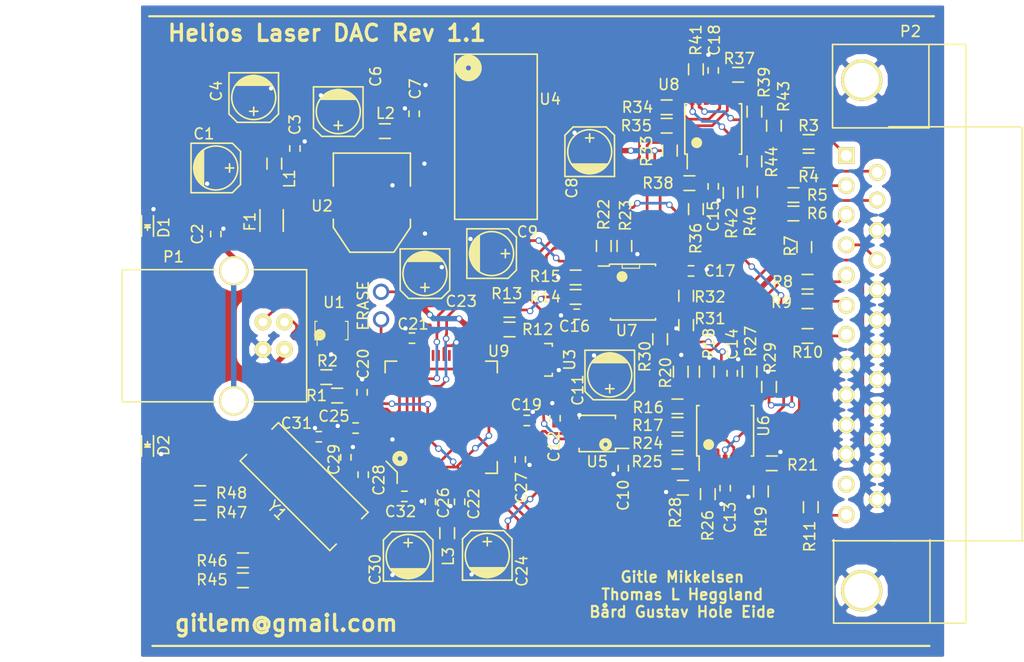
<source format=kicad_pcb>
(kicad_pcb (version 4) (host pcbnew 4.0.2-stable)
  (layers (0 F.Cu signal) (31 B.Cu signal) (34 B.Paste user) (35 F.Paste user) (36 B.SilkS user) (37 F.SilkS user) (38 B.Mask user) (39 F.Mask user) (44 Edge.Cuts user))
  (net 0 "")
  (net 1 "Net-(C1-Pad1)")
  (net 2 GND)
  (net 3 "Net-(C2-Pad1)")
  (net 4 "/Power Regulation/5V")
  (net 5 /DAC/3.3V)
  (net 6 "Net-(C7-Pad1)")
  (net 7 /Amplifiers/+9V)
  (net 8 /Amplifiers/-9V)
  (net 9 /Amplifiers/2.5V)
  (net 10 /Microcontroller/VDDOUT)
  (net 11 /Microcontroller/VDDPLL)
  (net 12 /Microcontroller/XIN)
  (net 13 /Microcontroller/XOUT)
  (net 14 "Net-(D1-Pad2)")
  (net 15 "Net-(D2-Pad2)")
  (net 16 "Net-(F1-Pad1)")
  (net 17 /D-)
  (net 18 /D+)
  (net 19 "Net-(P2-Pad1)")
  (net 20 "Net-(P2-Pad2)")
  (net 21 "Net-(P2-Pad3)")
  (net 22 /Interlock)
  (net 23 "Net-(P2-Pad5)")
  (net 24 "Net-(P2-Pad6)")
  (net 25 "Net-(P2-Pad7)")
  (net 26 "Net-(P2-Pad13)")
  (net 27 "Net-(P2-Pad14)")
  (net 28 "Net-(P2-Pad15)")
  (net 29 /Microcontroller/ERASE)
  (net 30 /Microcontroller/D+)
  (net 31 /Microcontroller/D-)
  (net 32 /Amplifiers/+X)
  (net 33 /Amplifiers/-X)
  (net 34 /Amplifiers/+Y)
  (net 35 /Amplifiers/-Y)
  (net 36 /Amplifiers/+Intensity)
  (net 37 /Amplifiers/+R)
  (net 38 /Amplifiers/+G)
  (net 39 /Amplifiers/+B)
  (net 40 /Amplifiers/Shutter_Out)
  (net 41 "Net-(R14-Pad2)")
  (net 42 "Net-(R16-Pad1)")
  (net 43 /Amplifiers/R)
  (net 44 "Net-(R17-Pad1)")
  (net 45 /Amplifiers/B)
  (net 46 "Net-(R18-Pad2)")
  (net 47 "Net-(R19-Pad2)")
  (net 48 "Net-(R22-Pad1)")
  (net 49 /Amplifiers/Offset)
  (net 50 "Net-(R24-Pad1)")
  (net 51 /Amplifiers/G)
  (net 52 "Net-(R25-Pad1)")
  (net 53 /Amplifiers/Intensity)
  (net 54 "Net-(R26-Pad2)")
  (net 55 "Net-(R27-Pad2)")
  (net 56 "Net-(R30-Pad1)")
  (net 57 /Amplifiers/Shutter)
  (net 58 "Net-(R31-Pad2)")
  (net 59 "Net-(R33-Pad1)")
  (net 60 "Net-(R34-Pad1)")
  (net 61 "Net-(R35-Pad1)")
  (net 62 /Amplifiers/X)
  (net 63 "Net-(R36-Pad1)")
  (net 64 /Amplifiers/Y)
  (net 65 "Net-(R39-Pad1)")
  (net 66 "Net-(R40-Pad1)")
  (net 67 "Net-(R41-Pad1)")
  (net 68 "Net-(R42-Pad1)")
  (net 69 /Microcontroller/PA23)
  (net 70 /Microcontroller/PA22)
  (net 71 /DAC/Din)
  (net 72 /DAC/!SYNC)
  (net 73 /DAC/SCLK)
  (module Fiducials:Fiducial_1mm_Dia_2.54mm_Outer_CopperTop (layer F.Cu) (at 104.35 108.45)
    (fp_text reference REF** hide)
    (fp_text value Fiducial_1mm_Dia_2.54mm_Outer_CopperTop)
    (pad ~ smd circle (at 0 0) (size 1 1) (layers F.Cu F.Mask) (clearance 0.77))
  )
  (module Fiducials:Fiducial_1mm_Dia_2.54mm_Outer_CopperTop (layer F.Cu) (at 142.25 106.05)
    (fp_text reference REF** hide)
    (fp_text value Fiducial_1mm_Dia_2.54mm_Outer_CopperTop)
    (pad ~ smd circle (at 0 0) (size 1 1) (layers F.Cu F.Mask) (clearance 0.77))
  )
  (module Connect:PINHEAD1-2 (layer F.Cu) (at 122.65 128.2 90)
    (fp_text reference ERASE (at 0 -1.65 270) (layer F.SilkS))
    (fp_text value CONN_01X02)
    (pad 1 thru_hole circle (at -1.27 0 90) (size 1.50622 1.50622) (drill 0.99822) (layers *.Cu *.Mask) (net 29 /Microcontroller/ERASE))
    (pad 2 thru_hole circle (at 1.27 0 90) (size 1.50622 1.50622) (drill 0.99822) (layers *.Cu *.Mask) (net 5 /DAC/3.3V))
  )
  (module Resistors_SMD:R_0603 (layer F.Cu) (at 150.8 127.3 270)
    (fp_text reference R32 (at 0.1 -2.2 540) (layer F.SilkS))
    (fp_text value 5.11k)
    (pad 1 smd rect (at -0.75 0 270) (size 0.5 0.9) (layers F.Cu F.Paste F.Mask) (net 40 /Amplifiers/Shutter_Out))
    (pad 2 smd rect (at 0.75 0 270) (size 0.5 0.9) (layers F.Cu F.Paste F.Mask) (net 58 "Net-(R31-Pad2)"))
  )
  (module TO_SOT_Packages_SMD:SOT-223 (layer F.Cu) (at 121.8 118.7 180)
    (fp_text reference U2 (at 4.6 -0.3 180) (layer F.SilkS))
    (fp_text value AP2114)
    (pad 2 smd rect (at 0 -3.302 180) (size 3.6576 2.032) (layers F.Cu F.Paste F.Mask) (net 5 /DAC/3.3V))
    (pad 2 smd rect (at 0 3.302 180) (size 1.016 2.032) (layers F.Cu F.Paste F.Mask) (net 5 /DAC/3.3V))
    (pad 3 smd rect (at 2.286 3.302 180) (size 1.016 2.032) (layers F.Cu F.Paste F.Mask) (net 4 "/Power Regulation/5V"))
    (pad 1 smd rect (at -2.286 3.302 180) (size 1.016 2.032) (layers F.Cu F.Paste F.Mask) (net 2 GND))
  )
  (module Capacitors_SMD:C_0402 (layer F.Cu) (at 107.4 121.6 90)
    (fp_text reference C2 (at 0 -1.7 90) (layer F.SilkS))
    (fp_text value 100nF)
    (pad 1 smd rect (at -0.55 0 90) (size 0.6 0.5) (layers F.Cu F.Paste F.Mask) (net 3 "Net-(C2-Pad1)"))
    (pad 2 smd rect (at 0.55 0 90) (size 0.6 0.5) (layers F.Cu F.Paste F.Mask) (net 2 GND))
  )
  (module Capacitors_SMD:C_0402 (layer F.Cu) (at 114.7 113.7 90)
    (fp_text reference C3 (at 2.2 0 90) (layer F.SilkS))
    (fp_text value 100nF)
    (pad 1 smd rect (at -0.55 0 90) (size 0.6 0.5) (layers F.Cu F.Paste F.Mask) (net 4 "/Power Regulation/5V"))
    (pad 2 smd rect (at 0.55 0 90) (size 0.6 0.5) (layers F.Cu F.Paste F.Mask) (net 2 GND))
  )
  (module Capacitors_SMD:C_0402 (layer F.Cu) (at 125.7 110.5 90)
    (fp_text reference C7 (at 2.3 0.1 90) (layer F.SilkS))
    (fp_text value 100nF)
    (pad 1 smd rect (at -0.55 0 90) (size 0.6 0.5) (layers F.Cu F.Paste F.Mask) (net 6 "Net-(C7-Pad1)"))
    (pad 2 smd rect (at 0.55 0 90) (size 0.6 0.5) (layers F.Cu F.Paste F.Mask) (net 2 GND))
  )
  (module Capacitors_SMD:C_0402 (layer F.Cu) (at 145 143.2 270)
    (fp_text reference C10 (at 2.5 0 270) (layer F.SilkS))
    (fp_text value 100nF)
    (pad 1 smd rect (at -0.55 0 270) (size 0.6 0.5) (layers F.Cu F.Paste F.Mask) (net 5 /DAC/3.3V))
    (pad 2 smd rect (at 0.55 0 270) (size 0.6 0.5) (layers F.Cu F.Paste F.Mask) (net 2 GND))
  )
  (module Capacitors_SMD:C_0402 (layer F.Cu) (at 138.7 138.6 270)
    (fp_text reference C12 (at 2.6 0.1 270) (layer F.SilkS))
    (fp_text value 13pF)
    (pad 1 smd rect (at -0.55 0 270) (size 0.6 0.5) (layers F.Cu F.Paste F.Mask) (net 2 GND))
    (pad 2 smd rect (at 0.55 0 270) (size 0.6 0.5) (layers F.Cu F.Paste F.Mask) (net 9 /Amplifiers/2.5V))
  )
  (module Capacitors_SMD:C_0402 (layer F.Cu) (at 154.4 145.05 90)
    (fp_text reference C13 (at -2.7 0.45 90) (layer F.SilkS))
    (fp_text value 100nF)
    (pad 1 smd rect (at -0.55 0 90) (size 0.6 0.5) (layers F.Cu F.Paste F.Mask) (net 2 GND))
    (pad 2 smd rect (at 0.55 0 90) (size 0.6 0.5) (layers F.Cu F.Paste F.Mask) (net 7 /Amplifiers/+9V))
  )
  (module Capacitors_SMD:C_0402 (layer F.Cu) (at 155.05 134.45 270)
    (fp_text reference C14 (at -2.7 0 270) (layer F.SilkS))
    (fp_text value 100nF)
    (pad 1 smd rect (at -0.55 0 270) (size 0.6 0.5) (layers F.Cu F.Paste F.Mask) (net 2 GND))
    (pad 2 smd rect (at 0.55 0 270) (size 0.6 0.5) (layers F.Cu F.Paste F.Mask) (net 8 /Amplifiers/-9V))
  )
  (module Capacitors_SMD:C_0402 (layer F.Cu) (at 153.3 117.2 90)
    (fp_text reference C15 (at -2.75 0 90) (layer F.SilkS))
    (fp_text value 100nF)
    (pad 1 smd rect (at -0.55 0 90) (size 0.6 0.5) (layers F.Cu F.Paste F.Mask) (net 2 GND))
    (pad 2 smd rect (at 0.55 0 90) (size 0.6 0.5) (layers F.Cu F.Paste F.Mask) (net 7 /Amplifiers/+9V))
  )
  (module Capacitors_SMD:C_0402 (layer F.Cu) (at 140.7 129)
    (fp_text reference C16 (at -0.2 1.1) (layer F.SilkS))
    (fp_text value 100nF)
    (pad 1 smd rect (at -0.55 0) (size 0.6 0.5) (layers F.Cu F.Paste F.Mask) (net 2 GND))
    (pad 2 smd rect (at 0.55 0) (size 0.6 0.5) (layers F.Cu F.Paste F.Mask) (net 8 /Amplifiers/-9V))
  )
  (module Capacitors_SMD:C_0402 (layer F.Cu) (at 151.25 125 180)
    (fp_text reference C17 (at -2.65 0 180) (layer F.SilkS))
    (fp_text value 100nF)
    (pad 1 smd rect (at -0.55 0 180) (size 0.6 0.5) (layers F.Cu F.Paste F.Mask) (net 2 GND))
    (pad 2 smd rect (at 0.55 0 180) (size 0.6 0.5) (layers F.Cu F.Paste F.Mask) (net 7 /Amplifiers/+9V))
  )
  (module Capacitors_SMD:C_0402 (layer F.Cu) (at 153.3 106.5 270)
    (fp_text reference C18 (at -2.8 -0.1 270) (layer F.SilkS))
    (fp_text value 100nF)
    (pad 1 smd rect (at -0.55 0 270) (size 0.6 0.5) (layers F.Cu F.Paste F.Mask) (net 2 GND))
    (pad 2 smd rect (at 0.55 0 270) (size 0.6 0.5) (layers F.Cu F.Paste F.Mask) (net 8 /Amplifiers/-9V))
  )
  (module Capacitors_SMD:C_0402 (layer F.Cu) (at 136.1 138.8)
    (fp_text reference C19 (at -0.05 -1.45) (layer F.SilkS))
    (fp_text value 100nF)
    (pad 1 smd rect (at -0.55 0) (size 0.6 0.5) (layers F.Cu F.Paste F.Mask) (net 10 /Microcontroller/VDDOUT))
    (pad 2 smd rect (at 0.55 0) (size 0.6 0.5) (layers F.Cu F.Paste F.Mask) (net 2 GND))
  )
  (module Capacitors_SMD:C_0402 (layer F.Cu) (at 120.9 136.2 90)
    (fp_text reference C20 (at 2.6 0.1 90) (layer F.SilkS))
    (fp_text value 100nF)
    (pad 1 smd rect (at -0.55 0 90) (size 0.6 0.5) (layers F.Cu F.Paste F.Mask) (net 10 /Microcontroller/VDDOUT))
    (pad 2 smd rect (at 0.55 0 90) (size 0.6 0.5) (layers F.Cu F.Paste F.Mask) (net 2 GND))
  )
  (module Capacitors_SMD:C_0402 (layer F.Cu) (at 125.5 131.2 180)
    (fp_text reference C21 (at -0.1 1.3 180) (layer F.SilkS))
    (fp_text value 100nF)
    (pad 1 smd rect (at -0.55 0 180) (size 0.6 0.5) (layers F.Cu F.Paste F.Mask) (net 5 /DAC/3.3V))
    (pad 2 smd rect (at 0.55 0 180) (size 0.6 0.5) (layers F.Cu F.Paste F.Mask) (net 2 GND))
  )
  (module Capacitors_SMD:C_0402 (layer F.Cu) (at 129.9 146.3 270)
    (fp_text reference C22 (at 0.2 -1.3 270) (layer F.SilkS))
    (fp_text value 100nF)
    (pad 1 smd rect (at -0.55 0 270) (size 0.6 0.5) (layers F.Cu F.Paste F.Mask) (net 10 /Microcontroller/VDDOUT))
    (pad 2 smd rect (at 0.55 0 270) (size 0.6 0.5) (layers F.Cu F.Paste F.Mask) (net 2 GND))
  )
  (module Capacitors_SMD:C_0402 (layer F.Cu) (at 120.3 139.5 180)
    (fp_text reference C25 (at 2 1.1 180) (layer F.SilkS))
    (fp_text value 100nF)
    (pad 1 smd rect (at -0.55 0 180) (size 0.6 0.5) (layers F.Cu F.Paste F.Mask) (net 5 /DAC/3.3V))
    (pad 2 smd rect (at 0.55 0 180) (size 0.6 0.5) (layers F.Cu F.Paste F.Mask) (net 2 GND))
  )
  (module Capacitors_SMD:C_0402 (layer F.Cu) (at 127.2 146.3 270)
    (fp_text reference C26 (at 0.1 -1.2 270) (layer F.SilkS))
    (fp_text value 100nF)
    (pad 1 smd rect (at -0.55 0 270) (size 0.6 0.5) (layers F.Cu F.Paste F.Mask) (net 5 /DAC/3.3V))
    (pad 2 smd rect (at 0.55 0 270) (size 0.6 0.5) (layers F.Cu F.Paste F.Mask) (net 2 GND))
  )
  (module Capacitors_SMD:C_0402 (layer F.Cu) (at 135.5 142.4 270)
    (fp_text reference C27 (at 2.6 -0.1 270) (layer F.SilkS))
    (fp_text value 100nF)
    (pad 1 smd rect (at -0.55 0 270) (size 0.6 0.5) (layers F.Cu F.Paste F.Mask) (net 5 /DAC/3.3V))
    (pad 2 smd rect (at 0.55 0 270) (size 0.6 0.5) (layers F.Cu F.Paste F.Mask) (net 2 GND))
  )
  (module Capacitors_SMD:C_0402 (layer F.Cu) (at 121 143.8 270)
    (fp_text reference C28 (at 0.5 -1.45 270) (layer F.SilkS))
    (fp_text value 100nF)
    (pad 1 smd rect (at -0.55 0 270) (size 0.6 0.5) (layers F.Cu F.Paste F.Mask) (net 11 /Microcontroller/VDDPLL))
    (pad 2 smd rect (at 0.55 0 270) (size 0.6 0.5) (layers F.Cu F.Paste F.Mask) (net 2 GND))
  )
  (module Capacitors_SMD:C_0402 (layer F.Cu) (at 119.4 142.2 90)
    (fp_text reference C29 (at -0.2 -1.1 90) (layer F.SilkS))
    (fp_text value 13pF)
    (pad 1 smd rect (at -0.55 0 90) (size 0.6 0.5) (layers F.Cu F.Paste F.Mask) (net 12 /Microcontroller/XIN))
    (pad 2 smd rect (at 0.55 0 90) (size 0.6 0.5) (layers F.Cu F.Paste F.Mask) (net 2 GND))
  )
  (module Capacitors_SMD:C_0402 (layer F.Cu) (at 116.9 140.3 180)
    (fp_text reference C31 (at 2.05 1.25 180) (layer F.SilkS))
    (fp_text value 13pF)
    (pad 1 smd rect (at -0.55 0 180) (size 0.6 0.5) (layers F.Cu F.Paste F.Mask) (net 13 /Microcontroller/XOUT))
    (pad 2 smd rect (at 0.55 0 180) (size 0.6 0.5) (layers F.Cu F.Paste F.Mask) (net 2 GND))
  )
  (module Capacitors_SMD:C_0402 (layer F.Cu) (at 124.8 145.8)
    (fp_text reference C32 (at -0.35 1.4) (layer F.SilkS))
    (fp_text value 13pF)
    (pad 1 smd rect (at -0.55 0) (size 0.6 0.5) (layers F.Cu F.Paste F.Mask) (net 9 /Amplifiers/2.5V))
    (pad 2 smd rect (at 0.55 0) (size 0.6 0.5) (layers F.Cu F.Paste F.Mask) (net 2 GND))
  )
  (module LEDs:LED_0603 (layer F.Cu) (at 101.1 121 270)
    (fp_text reference D1 (at 0 -1.5 270) (layer F.SilkS))
    (fp_text value Led_Small)
    (pad 2 smd rect (at 0.7493 0 90) (size 0.79756 0.79756) (layers F.Cu F.Paste F.Mask) (net 14 "Net-(D1-Pad2)"))
    (pad 1 smd rect (at -0.7493 0 90) (size 0.79756 0.79756) (layers F.Cu F.Paste F.Mask) (net 2 GND))
  )
  (module LEDs:LED_0603 (layer F.Cu) (at 101.1 141 90)
    (fp_text reference D2 (at -0.1 1.5 90) (layer F.SilkS))
    (fp_text value Led_Small)
    (pad 2 smd rect (at 0.7493 0 270) (size 0.79756 0.79756) (layers F.Cu F.Paste F.Mask) (net 15 "Net-(D2-Pad2)"))
    (pad 1 smd rect (at -0.7493 0 270) (size 0.79756 0.79756) (layers F.Cu F.Paste F.Mask) (net 2 GND))
  )
  (module Resistors_SMD:R_1206 (layer F.Cu) (at 112.55 120.35 90)
    (fp_text reference F1 (at -0.1 -2 90) (layer F.SilkS))
    (fp_text value F_Small)
    (pad 1 smd rect (at -1.45 0 90) (size 0.9 1.7) (layers F.Cu F.Paste F.Mask) (net 16 "Net-(F1-Pad1)"))
    (pad 2 smd rect (at 1.45 0 90) (size 0.9 1.7) (layers F.Cu F.Paste F.Mask) (net 1 "Net-(C1-Pad1)"))
  )
  (module Resistors_SMD:R_0603 (layer F.Cu) (at 112.8 115.1 90)
    (fp_text reference L1 (at -1.4 1.4 90) (layer F.SilkS))
    (fp_text value FILTER)
    (pad 1 smd rect (at -0.75 0 90) (size 0.5 0.9) (layers F.Cu F.Paste F.Mask) (net 1 "Net-(C1-Pad1)"))
    (pad 2 smd rect (at 0.75 0 90) (size 0.5 0.9) (layers F.Cu F.Paste F.Mask) (net 4 "/Power Regulation/5V"))
  )
  (module Resistors_SMD:R_0603 (layer F.Cu) (at 123 112.1)
    (fp_text reference L2 (at 0.05 -1.65) (layer F.SilkS))
    (fp_text value FILTER)
    (pad 1 smd rect (at -0.75 0) (size 0.5 0.9) (layers F.Cu F.Paste F.Mask) (net 4 "/Power Regulation/5V"))
    (pad 2 smd rect (at 0.75 0) (size 0.5 0.9) (layers F.Cu F.Paste F.Mask) (net 6 "Net-(C7-Pad1)"))
  )
  (module Resistors_SMD:R_0603 (layer F.Cu) (at 128.75 149.2 270)
    (fp_text reference L3 (at 2.15 -0.1 270) (layer F.SilkS))
    (fp_text value FILTER)
    (pad 1 smd rect (at -0.75 0 270) (size 0.5 0.9) (layers F.Cu F.Paste F.Mask) (net 10 /Microcontroller/VDDOUT))
    (pad 2 smd rect (at 0.75 0 270) (size 0.5 0.9) (layers F.Cu F.Paste F.Mask) (net 11 /Microcontroller/VDDPLL))
  )
  (module Connect:USB_B (layer F.Cu) (at 113.75 132.25 180)
    (fp_text reference P1 (at 10.25 8.55 180) (layer F.SilkS))
    (fp_text value USB_B)
    (pad 2 thru_hole circle (at 0 2.54 90) (size 1.524 1.524) (drill 0.8128) (layers *.Cu *.Mask F.SilkS) (net 17 /D-))
    (pad 1 thru_hole circle (at 0 0 90) (size 1.524 1.524) (drill 0.8128) (layers *.Cu *.Mask F.SilkS) (net 16 "Net-(F1-Pad1)"))
    (pad 4 thru_hole circle (at 1.99898 0 90) (size 1.524 1.524) (drill 0.8128) (layers *.Cu *.Mask F.SilkS) (net 2 GND))
    (pad 3 thru_hole circle (at 1.99898 2.54 90) (size 1.524 1.524) (drill 0.8128) (layers *.Cu *.Mask F.SilkS) (net 18 /D+))
    (pad 5 thru_hole circle (at 4.699 7.26948 90) (size 2.70002 2.70002) (drill 2.30124) (layers *.Cu *.Mask F.SilkS) (net 3 "Net-(C2-Pad1)"))
    (pad 5 thru_hole circle (at 4.699 -4.72948 90) (size 2.70002 2.70002) (drill 2.30124) (layers *.Cu *.Mask F.SilkS) (net 3 "Net-(C2-Pad1)"))
  )
  (module personal:DB25 (layer F.Cu) (at 167 154.5 90)
    (fp_text reference P2 (at 51.6 4.5 360) (layer F.SilkS))
    (fp_text value CONN_01X25-SHIELD)
    (pad 26 thru_hole circle (at 0 0 270) (size 3.81 3.81) (drill 3.19) (layers *.Cu *.Mask F.SilkS) (net 2 GND))
    (pad 26 thru_hole circle (at 47.1 0 270) (size 3.81 3.81) (drill 3.19) (layers *.Cu *.Mask F.SilkS) (net 2 GND))
    (pad 1 thru_hole rect (at 40.16 -1.42 270) (size 1.524 1.524) (drill 1.016) (layers *.Cu *.Mask F.SilkS) (net 19 "Net-(P2-Pad1)"))
    (pad 2 thru_hole circle (at 37.366 -1.42 270) (size 1.524 1.524) (drill 1.016) (layers *.Cu *.Mask F.SilkS) (net 20 "Net-(P2-Pad2)"))
    (pad 3 thru_hole circle (at 34.699 -1.42 270) (size 1.524 1.524) (drill 1.016) (layers *.Cu *.Mask F.SilkS) (net 21 "Net-(P2-Pad3)"))
    (pad 4 thru_hole circle (at 31.905 -1.42 270) (size 1.524 1.524) (drill 1.016) (layers *.Cu *.Mask F.SilkS) (net 22 /Interlock))
    (pad 5 thru_hole circle (at 29.111 -1.42 270) (size 1.524 1.524) (drill 1.016) (layers *.Cu *.Mask F.SilkS) (net 23 "Net-(P2-Pad5)"))
    (pad 6 thru_hole circle (at 26.317 -1.42 270) (size 1.524 1.524) (drill 1.016) (layers *.Cu *.Mask F.SilkS) (net 24 "Net-(P2-Pad6)"))
    (pad 7 thru_hole circle (at 23.65 -1.42 270) (size 1.524 1.524) (drill 1.016) (layers *.Cu *.Mask F.SilkS) (net 25 "Net-(P2-Pad7)"))
    (pad 8 thru_hole circle (at 20.856 -1.42 270) (size 1.524 1.524) (drill 1.016) (layers *.Cu *.Mask F.SilkS) (net 2 GND))
    (pad 9 thru_hole circle (at 18.062 -1.42 270) (size 1.524 1.524) (drill 1.016) (layers *.Cu *.Mask F.SilkS) (net 2 GND))
    (pad 10 thru_hole circle (at 15.268 -1.42 270) (size 1.524 1.524) (drill 1.016) (layers *.Cu *.Mask F.SilkS) (net 2 GND))
    (pad 11 thru_hole circle (at 12.601 -1.42 270) (size 1.524 1.524) (drill 1.016) (layers *.Cu *.Mask F.SilkS) (net 2 GND))
    (pad 12 thru_hole circle (at 9.807 -1.42 270) (size 1.524 1.524) (drill 1.016) (layers *.Cu *.Mask F.SilkS))
    (pad 13 thru_hole circle (at 7.013 -1.42 270) (size 1.524 1.524) (drill 1.016) (layers *.Cu *.Mask F.SilkS) (net 26 "Net-(P2-Pad13)"))
    (pad 14 thru_hole circle (at 38.5852 1.42 270) (size 1.524 1.524) (drill 1.016) (layers *.Cu *.Mask F.SilkS) (net 27 "Net-(P2-Pad14)"))
    (pad 15 thru_hole circle (at 36.0452 1.42 270) (size 1.524 1.524) (drill 1.016) (layers *.Cu *.Mask F.SilkS) (net 28 "Net-(P2-Pad15)"))
    (pad 16 thru_hole circle (at 33.2512 1.42 270) (size 1.524 1.524) (drill 1.016) (layers *.Cu *.Mask F.SilkS) (net 2 GND))
    (pad 17 thru_hole circle (at 30.508 1.42 270) (size 1.524 1.524) (drill 1.016) (layers *.Cu *.Mask F.SilkS) (net 22 /Interlock))
    (pad 18 thru_hole circle (at 27.7648 1.42 270) (size 1.524 1.524) (drill 1.016) (layers *.Cu *.Mask F.SilkS) (net 2 GND))
    (pad 19 thru_hole circle (at 24.9708 1.42 270) (size 1.524 1.524) (drill 1.016) (layers *.Cu *.Mask F.SilkS) (net 2 GND))
    (pad 20 thru_hole circle (at 22.2276 1.42 270) (size 1.524 1.524) (drill 1.016) (layers *.Cu *.Mask F.SilkS) (net 2 GND))
    (pad 21 thru_hole circle (at 19.4844 1.42 270) (size 1.524 1.524) (drill 1.016) (layers *.Cu *.Mask F.SilkS) (net 2 GND))
    (pad 22 thru_hole circle (at 16.6396 1.42 270) (size 1.524 1.524) (drill 1.016) (layers *.Cu *.Mask F.SilkS) (net 2 GND))
    (pad 23 thru_hole circle (at 13.9472 1.42 270) (size 1.524 1.524) (drill 1.016) (layers *.Cu *.Mask F.SilkS) (net 2 GND))
    (pad 24 thru_hole circle (at 11.204 1.42 270) (size 1.524 1.524) (drill 1.016) (layers *.Cu *.Mask F.SilkS) (net 2 GND))
    (pad 25 thru_hole circle (at 8.41 1.42 270) (size 1.524 1.524) (drill 1.016) (layers *.Cu *.Mask F.SilkS) (net 2 GND))
  )
  (module Resistors_SMD:R_0603 (layer F.Cu) (at 118.6 136.5)
    (fp_text reference R1 (at -1.9 0) (layer F.SilkS))
    (fp_text value 27)
    (pad 1 smd rect (at -0.75 0) (size 0.5 0.9) (layers F.Cu F.Paste F.Mask) (net 30 /Microcontroller/D+))
    (pad 2 smd rect (at 0.75 0) (size 0.5 0.9) (layers F.Cu F.Paste F.Mask) (net 18 /D+))
  )
  (module Resistors_SMD:R_0603 (layer F.Cu) (at 117.6 134.8 180)
    (fp_text reference R2 (at -0.1 1.5 180) (layer F.SilkS))
    (fp_text value 27)
    (pad 1 smd rect (at -0.75 0 180) (size 0.5 0.9) (layers F.Cu F.Paste F.Mask) (net 31 /Microcontroller/D-))
    (pad 2 smd rect (at 0.75 0 180) (size 0.5 0.9) (layers F.Cu F.Paste F.Mask) (net 17 /D-))
  )
  (module Resistors_SMD:R_0603 (layer F.Cu) (at 162.1 113.1 180)
    (fp_text reference R3 (at 0 1.5 180) (layer F.SilkS))
    (fp_text value 150)
    (pad 1 smd rect (at -0.75 0 180) (size 0.5 0.9) (layers F.Cu F.Paste F.Mask) (net 19 "Net-(P2-Pad1)"))
    (pad 2 smd rect (at 0.75 0 180) (size 0.5 0.9) (layers F.Cu F.Paste F.Mask) (net 32 /Amplifiers/+X))
  )
  (module Resistors_SMD:R_0603 (layer F.Cu) (at 162.1 114.8 180)
    (fp_text reference R4 (at 0 -1.5 180) (layer F.SilkS))
    (fp_text value 150)
    (pad 1 smd rect (at -0.75 0 180) (size 0.5 0.9) (layers F.Cu F.Paste F.Mask) (net 27 "Net-(P2-Pad14)"))
    (pad 2 smd rect (at 0.75 0 180) (size 0.5 0.9) (layers F.Cu F.Paste F.Mask) (net 33 /Amplifiers/-X))
  )
  (module Resistors_SMD:R_0603 (layer F.Cu) (at 160.7 118 180)
    (fp_text reference R5 (at -2.2 0 180) (layer F.SilkS))
    (fp_text value 150)
    (pad 1 smd rect (at -0.75 0 180) (size 0.5 0.9) (layers F.Cu F.Paste F.Mask) (net 20 "Net-(P2-Pad2)"))
    (pad 2 smd rect (at 0.75 0 180) (size 0.5 0.9) (layers F.Cu F.Paste F.Mask) (net 34 /Amplifiers/+Y))
  )
  (module Resistors_SMD:R_0603 (layer F.Cu) (at 160.7 119.7 180)
    (fp_text reference R6 (at -2.2 0 180) (layer F.SilkS))
    (fp_text value 150)
    (pad 1 smd rect (at -0.75 0 180) (size 0.5 0.9) (layers F.Cu F.Paste F.Mask) (net 28 "Net-(P2-Pad15)"))
    (pad 2 smd rect (at 0.75 0 180) (size 0.5 0.9) (layers F.Cu F.Paste F.Mask) (net 35 /Amplifiers/-Y))
  )
  (module Resistors_SMD:R_0603 (layer F.Cu) (at 161.7 122.8 270)
    (fp_text reference R7 (at -0.1 1.3 270) (layer F.SilkS))
    (fp_text value 150)
    (pad 1 smd rect (at -0.75 0 270) (size 0.5 0.9) (layers F.Cu F.Paste F.Mask) (net 21 "Net-(P2-Pad3)"))
    (pad 2 smd rect (at 0.75 0 270) (size 0.5 0.9) (layers F.Cu F.Paste F.Mask) (net 36 /Amplifiers/+Intensity))
  )
  (module Resistors_SMD:R_0603 (layer F.Cu) (at 162 126 180)
    (fp_text reference R8 (at 2.3 0 180) (layer F.SilkS))
    (fp_text value 150)
    (pad 1 smd rect (at -0.75 0 180) (size 0.5 0.9) (layers F.Cu F.Paste F.Mask) (net 23 "Net-(P2-Pad5)"))
    (pad 2 smd rect (at 0.75 0 180) (size 0.5 0.9) (layers F.Cu F.Paste F.Mask) (net 37 /Amplifiers/+R))
  )
  (module Resistors_SMD:R_0603 (layer F.Cu) (at 162 127.8 180)
    (fp_text reference R9 (at 2.4 -0.1 180) (layer F.SilkS))
    (fp_text value 150)
    (pad 1 smd rect (at -0.75 0 180) (size 0.5 0.9) (layers F.Cu F.Paste F.Mask) (net 24 "Net-(P2-Pad6)"))
    (pad 2 smd rect (at 0.75 0 180) (size 0.5 0.9) (layers F.Cu F.Paste F.Mask) (net 38 /Amplifiers/+G))
  )
  (module Resistors_SMD:R_0603 (layer F.Cu) (at 162 131 180)
    (fp_text reference R10 (at 0 -1.5 180) (layer F.SilkS))
    (fp_text value 150)
    (pad 1 smd rect (at -0.75 0 180) (size 0.5 0.9) (layers F.Cu F.Paste F.Mask) (net 25 "Net-(P2-Pad7)"))
    (pad 2 smd rect (at 0.75 0 180) (size 0.5 0.9) (layers F.Cu F.Paste F.Mask) (net 39 /Amplifiers/+B))
  )
  (module Resistors_SMD:R_0603 (layer F.Cu) (at 162.3 146.8 90)
    (fp_text reference R11 (at -2.7 -0.1 90) (layer F.SilkS))
    (fp_text value 150)
    (pad 1 smd rect (at -0.75 0 90) (size 0.5 0.9) (layers F.Cu F.Paste F.Mask) (net 26 "Net-(P2-Pad13)"))
    (pad 2 smd rect (at 0.75 0 90) (size 0.5 0.9) (layers F.Cu F.Paste F.Mask) (net 40 /Amplifiers/Shutter_Out))
  )
  (module Resistors_SMD:R_0603 (layer F.Cu) (at 134.5 130.4)
    (fp_text reference R12 (at 2.6 0) (layer F.SilkS))
    (fp_text value 150)
    (pad 1 smd rect (at -0.75 0) (size 0.5 0.9) (layers F.Cu F.Paste F.Mask) (net 5 /DAC/3.3V))
    (pad 2 smd rect (at 0.75 0) (size 0.5 0.9) (layers F.Cu F.Paste F.Mask) (net 9 /Amplifiers/2.5V))
  )
  (module Resistors_SMD:R_0603 (layer F.Cu) (at 134.5 128.6)
    (fp_text reference R13 (at -0.25 -1.5) (layer F.SilkS))
    (fp_text value 150)
    (pad 1 smd rect (at -0.75 0) (size 0.5 0.9) (layers F.Cu F.Paste F.Mask) (net 5 /DAC/3.3V))
    (pad 2 smd rect (at 0.75 0) (size 0.5 0.9) (layers F.Cu F.Paste F.Mask) (net 9 /Amplifiers/2.5V))
  )
  (module Resistors_SMD:R_0603 (layer F.Cu) (at 140.6 127.4)
    (fp_text reference R14 (at -2.8 0) (layer F.SilkS))
    (fp_text value 10k)
    (pad 1 smd rect (at -0.75 0) (size 0.5 0.9) (layers F.Cu F.Paste F.Mask) (net 9 /Amplifiers/2.5V))
    (pad 2 smd rect (at 0.75 0) (size 0.5 0.9) (layers F.Cu F.Paste F.Mask) (net 41 "Net-(R14-Pad2)"))
  )
  (module Resistors_SMD:R_0603 (layer F.Cu) (at 140.6 125.6 180)
    (fp_text reference R15 (at 2.8 0.1 180) (layer F.SilkS))
    (fp_text value 10k)
    (pad 1 smd rect (at -0.75 0 180) (size 0.5 0.9) (layers F.Cu F.Paste F.Mask) (net 41 "Net-(R14-Pad2)"))
    (pad 2 smd rect (at 0.75 0 180) (size 0.5 0.9) (layers F.Cu F.Paste F.Mask) (net 2 GND))
  )
  (module Resistors_SMD:R_0603 (layer F.Cu) (at 150 137.5 180)
    (fp_text reference R16 (at 2.7 -0.1 180) (layer F.SilkS))
    (fp_text value 5.11k)
    (pad 1 smd rect (at -0.75 0 180) (size 0.5 0.9) (layers F.Cu F.Paste F.Mask) (net 42 "Net-(R16-Pad1)"))
    (pad 2 smd rect (at 0.75 0 180) (size 0.5 0.9) (layers F.Cu F.Paste F.Mask) (net 43 /Amplifiers/R))
  )
  (module Resistors_SMD:R_0603 (layer F.Cu) (at 150 140.9 180)
    (fp_text reference R17 (at 2.75 1.65 360) (layer F.SilkS))
    (fp_text value 5.11k)
    (pad 1 smd rect (at -0.75 0 180) (size 0.5 0.9) (layers F.Cu F.Paste F.Mask) (net 44 "Net-(R17-Pad1)"))
    (pad 2 smd rect (at 0.75 0 180) (size 0.5 0.9) (layers F.Cu F.Paste F.Mask) (net 45 /Amplifiers/B))
  )
  (module Resistors_SMD:R_0603 (layer F.Cu) (at 152.7 134.3 270)
    (fp_text reference R18 (at -2.6 -0.2 270) (layer F.SilkS))
    (fp_text value 10k)
    (pad 1 smd rect (at -0.75 0 270) (size 0.5 0.9) (layers F.Cu F.Paste F.Mask) (net 2 GND))
    (pad 2 smd rect (at 0.75 0 270) (size 0.5 0.9) (layers F.Cu F.Paste F.Mask) (net 46 "Net-(R18-Pad2)"))
  )
  (module Resistors_SMD:R_0603 (layer F.Cu) (at 157.7 145.35 90)
    (fp_text reference R19 (at -2.8 0 90) (layer F.SilkS))
    (fp_text value 10k)
    (pad 1 smd rect (at -0.75 0 90) (size 0.5 0.9) (layers F.Cu F.Paste F.Mask) (net 2 GND))
    (pad 2 smd rect (at 0.75 0 90) (size 0.5 0.9) (layers F.Cu F.Paste F.Mask) (net 47 "Net-(R19-Pad2)"))
  )
  (module Resistors_SMD:R_0603 (layer F.Cu) (at 150.3 134.3 90)
    (fp_text reference R20 (at -0.1 -1.4 90) (layer F.SilkS))
    (fp_text value 10k)
    (pad 1 smd rect (at -0.75 0 90) (size 0.5 0.9) (layers F.Cu F.Paste F.Mask) (net 37 /Amplifiers/+R))
    (pad 2 smd rect (at 0.75 0 90) (size 0.5 0.9) (layers F.Cu F.Paste F.Mask) (net 2 GND))
  )
  (module Resistors_SMD:R_0603 (layer F.Cu) (at 158.7 142.75)
    (fp_text reference R21 (at 2.85 0.15) (layer F.SilkS))
    (fp_text value 10k)
    (pad 1 smd rect (at -0.75 0) (size 0.5 0.9) (layers F.Cu F.Paste F.Mask) (net 39 /Amplifiers/+B))
    (pad 2 smd rect (at 0.75 0) (size 0.5 0.9) (layers F.Cu F.Paste F.Mask) (net 2 GND))
  )
  (module Resistors_SMD:R_0603 (layer F.Cu) (at 143.2 122.7 90)
    (fp_text reference R22 (at 2.9 0 90) (layer F.SilkS))
    (fp_text value 1.65k)
    (pad 1 smd rect (at -0.75 0 90) (size 0.5 0.9) (layers F.Cu F.Paste F.Mask) (net 48 "Net-(R22-Pad1)"))
    (pad 2 smd rect (at 0.75 0 90) (size 0.5 0.9) (layers F.Cu F.Paste F.Mask) (net 49 /Amplifiers/Offset))
  )
  (module Resistors_SMD:R_0603 (layer F.Cu) (at 145.1 122.7 270)
    (fp_text reference R23 (at -2.8 -0.1 270) (layer F.SilkS))
    (fp_text value 10k)
    (pad 1 smd rect (at -0.75 0 270) (size 0.5 0.9) (layers F.Cu F.Paste F.Mask) (net 49 /Amplifiers/Offset))
    (pad 2 smd rect (at 0.75 0 270) (size 0.5 0.9) (layers F.Cu F.Paste F.Mask) (net 2 GND))
  )
  (module Resistors_SMD:R_0603 (layer F.Cu) (at 150 139.2 180)
    (fp_text reference R24 (at 2.75 -1.7 180) (layer F.SilkS))
    (fp_text value 5.11k)
    (pad 1 smd rect (at -0.75 0 180) (size 0.5 0.9) (layers F.Cu F.Paste F.Mask) (net 50 "Net-(R24-Pad1)"))
    (pad 2 smd rect (at 0.75 0 180) (size 0.5 0.9) (layers F.Cu F.Paste F.Mask) (net 51 /Amplifiers/G))
  )
  (module Resistors_SMD:R_0603 (layer F.Cu) (at 150 142.6 180)
    (fp_text reference R25 (at 2.8 0 180) (layer F.SilkS))
    (fp_text value 5.11k)
    (pad 1 smd rect (at -0.75 0 180) (size 0.5 0.9) (layers F.Cu F.Paste F.Mask) (net 52 "Net-(R25-Pad1)"))
    (pad 2 smd rect (at 0.75 0 180) (size 0.5 0.9) (layers F.Cu F.Paste F.Mask) (net 53 /Amplifiers/Intensity))
  )
  (module Resistors_SMD:R_0603 (layer F.Cu) (at 152.8 145.6 90)
    (fp_text reference R26 (at -2.9 0 90) (layer F.SilkS))
    (fp_text value 10k)
    (pad 1 smd rect (at -0.75 0 90) (size 0.5 0.9) (layers F.Cu F.Paste F.Mask) (net 2 GND))
    (pad 2 smd rect (at 0.75 0 90) (size 0.5 0.9) (layers F.Cu F.Paste F.Mask) (net 54 "Net-(R26-Pad2)"))
  )
  (module Resistors_SMD:R_0603 (layer F.Cu) (at 156.65 134.3 270)
    (fp_text reference R27 (at -2.8 -0.1 270) (layer F.SilkS))
    (fp_text value 10k)
    (pad 1 smd rect (at -0.75 0 270) (size 0.5 0.9) (layers F.Cu F.Paste F.Mask) (net 2 GND))
    (pad 2 smd rect (at 0.75 0 270) (size 0.5 0.9) (layers F.Cu F.Paste F.Mask) (net 55 "Net-(R27-Pad2)"))
  )
  (module Resistors_SMD:R_0603 (layer F.Cu) (at 150.5 145 180)
    (fp_text reference R28 (at 0.7 -2.3 270) (layer F.SilkS))
    (fp_text value 10k)
    (pad 1 smd rect (at -0.75 0 180) (size 0.5 0.9) (layers F.Cu F.Paste F.Mask) (net 36 /Amplifiers/+Intensity))
    (pad 2 smd rect (at 0.75 0 180) (size 0.5 0.9) (layers F.Cu F.Paste F.Mask) (net 2 GND))
  )
  (module Resistors_SMD:R_0603 (layer F.Cu) (at 158.45 135.7 90)
    (fp_text reference R29 (at 2.7 0.1 90) (layer F.SilkS))
    (fp_text value 10k)
    (pad 1 smd rect (at -0.75 0 90) (size 0.5 0.9) (layers F.Cu F.Paste F.Mask) (net 38 /Amplifiers/+G))
    (pad 2 smd rect (at 0.75 0 90) (size 0.5 0.9) (layers F.Cu F.Paste F.Mask) (net 2 GND))
  )
  (module Resistors_SMD:R_0603 (layer F.Cu) (at 148.4 131.3 270)
    (fp_text reference R30 (at 1.6 1.4 270) (layer F.SilkS))
    (fp_text value 5.11k)
    (pad 1 smd rect (at -0.75 0 270) (size 0.5 0.9) (layers F.Cu F.Paste F.Mask) (net 56 "Net-(R30-Pad1)"))
    (pad 2 smd rect (at 0.75 0 270) (size 0.5 0.9) (layers F.Cu F.Paste F.Mask) (net 57 /Amplifiers/Shutter))
  )
  (module Resistors_SMD:R_0603 (layer F.Cu) (at 150.8 130 90)
    (fp_text reference R31 (at 0.6 2.2 180) (layer F.SilkS))
    (fp_text value 10k)
    (pad 1 smd rect (at -0.75 0 90) (size 0.5 0.9) (layers F.Cu F.Paste F.Mask) (net 2 GND))
    (pad 2 smd rect (at 0.75 0 90) (size 0.5 0.9) (layers F.Cu F.Paste F.Mask) (net 58 "Net-(R31-Pad2)"))
  )
  (module Resistors_SMD:R_0603 (layer F.Cu) (at 149.3 113.9 90)
    (fp_text reference R33 (at -0.05 -2.15 90) (layer F.SilkS))
    (fp_text value 1.65k)
    (pad 1 smd rect (at -0.75 0 90) (size 0.5 0.9) (layers F.Cu F.Paste F.Mask) (net 59 "Net-(R33-Pad1)"))
    (pad 2 smd rect (at 0.75 0 90) (size 0.5 0.9) (layers F.Cu F.Paste F.Mask) (net 49 /Amplifiers/Offset))
  )
  (module Resistors_SMD:R_0603 (layer F.Cu) (at 149 109.9 180)
    (fp_text reference R34 (at 2.7 0 180) (layer F.SilkS))
    (fp_text value 1.65k)
    (pad 1 smd rect (at -0.75 0 180) (size 0.5 0.9) (layers F.Cu F.Paste F.Mask) (net 60 "Net-(R34-Pad1)"))
    (pad 2 smd rect (at 0.75 0 180) (size 0.5 0.9) (layers F.Cu F.Paste F.Mask) (net 49 /Amplifiers/Offset))
  )
  (module Resistors_SMD:R_0603 (layer F.Cu) (at 149 111.6 180)
    (fp_text reference R35 (at 2.8 0 180) (layer F.SilkS))
    (fp_text value 1.65k)
    (pad 1 smd rect (at -0.75 0 180) (size 0.5 0.9) (layers F.Cu F.Paste F.Mask) (net 61 "Net-(R35-Pad1)"))
    (pad 2 smd rect (at 0.75 0 180) (size 0.5 0.9) (layers F.Cu F.Paste F.Mask) (net 62 /Amplifiers/X))
  )
  (module Resistors_SMD:R_0603 (layer F.Cu) (at 151.7 119.3 270)
    (fp_text reference R36 (at 2.7 0 270) (layer F.SilkS))
    (fp_text value 1.65k)
    (pad 1 smd rect (at -0.75 0 270) (size 0.5 0.9) (layers F.Cu F.Paste F.Mask) (net 63 "Net-(R36-Pad1)"))
    (pad 2 smd rect (at 0.75 0 270) (size 0.5 0.9) (layers F.Cu F.Paste F.Mask) (net 64 /Amplifiers/Y))
  )
  (module Resistors_SMD:R_0603 (layer F.Cu) (at 155.6 106.9 180)
    (fp_text reference R37 (at -0.1 1.5 360) (layer F.SilkS))
    (fp_text value 10k)
    (pad 1 smd rect (at -0.75 0 180) (size 0.5 0.9) (layers F.Cu F.Paste F.Mask) (net 33 /Amplifiers/-X))
    (pad 2 smd rect (at 0.75 0 180) (size 0.5 0.9) (layers F.Cu F.Paste F.Mask) (net 61 "Net-(R35-Pad1)"))
  )
  (module Resistors_SMD:R_0603 (layer F.Cu) (at 151.1 116.9)
    (fp_text reference R38 (at -2.9 0) (layer F.SilkS))
    (fp_text value 10k)
    (pad 1 smd rect (at -0.75 0) (size 0.5 0.9) (layers F.Cu F.Paste F.Mask) (net 35 /Amplifiers/-Y))
    (pad 2 smd rect (at 0.75 0) (size 0.5 0.9) (layers F.Cu F.Paste F.Mask) (net 63 "Net-(R36-Pad1)"))
  )
  (module Resistors_SMD:R_0603 (layer F.Cu) (at 157.1 110.3 90)
    (fp_text reference R39 (at 2.7 0.9 270) (layer F.SilkS))
    (fp_text value 10k)
    (pad 1 smd rect (at -0.75 0 90) (size 0.5 0.9) (layers F.Cu F.Paste F.Mask) (net 65 "Net-(R39-Pad1)"))
    (pad 2 smd rect (at 0.75 0 90) (size 0.5 0.9) (layers F.Cu F.Paste F.Mask) (net 33 /Amplifiers/-X))
  )
  (module Resistors_SMD:R_0603 (layer F.Cu) (at 156.7 117.7 270)
    (fp_text reference R40 (at 2.7 0 270) (layer F.SilkS))
    (fp_text value 10k)
    (pad 1 smd rect (at -0.75 0 270) (size 0.5 0.9) (layers F.Cu F.Paste F.Mask) (net 66 "Net-(R40-Pad1)"))
    (pad 2 smd rect (at 0.75 0 270) (size 0.5 0.9) (layers F.Cu F.Paste F.Mask) (net 35 /Amplifiers/-Y))
  )
  (module Resistors_SMD:R_0603 (layer F.Cu) (at 151.7 106.4 90)
    (fp_text reference R41 (at 2.7 0 270) (layer F.SilkS))
    (fp_text value 5.11k)
    (pad 1 smd rect (at -0.75 0 90) (size 0.5 0.9) (layers F.Cu F.Paste F.Mask) (net 67 "Net-(R41-Pad1)"))
    (pad 2 smd rect (at 0.75 0 90) (size 0.5 0.9) (layers F.Cu F.Paste F.Mask) (net 2 GND))
  )
  (module Resistors_SMD:R_0603 (layer F.Cu) (at 154.9 117.8 270)
    (fp_text reference R42 (at 2.8 -0.1 270) (layer F.SilkS))
    (fp_text value 5.11k)
    (pad 1 smd rect (at -0.75 0 270) (size 0.5 0.9) (layers F.Cu F.Paste F.Mask) (net 68 "Net-(R42-Pad1)"))
    (pad 2 smd rect (at 0.75 0 270) (size 0.5 0.9) (layers F.Cu F.Paste F.Mask) (net 2 GND))
  )
  (module Resistors_SMD:R_0603 (layer F.Cu) (at 158.9 111.6 90)
    (fp_text reference R43 (at 2.7 0.9 90) (layer F.SilkS))
    (fp_text value 10k)
    (pad 1 smd rect (at -0.75 0 90) (size 0.5 0.9) (layers F.Cu F.Paste F.Mask) (net 32 /Amplifiers/+X))
    (pad 2 smd rect (at 0.75 0 90) (size 0.5 0.9) (layers F.Cu F.Paste F.Mask) (net 65 "Net-(R39-Pad1)"))
  )
  (module Resistors_SMD:R_0603 (layer F.Cu) (at 157.1 114.9 270)
    (fp_text reference R44 (at 0.05 -1.6 270) (layer F.SilkS))
    (fp_text value 10k)
    (pad 1 smd rect (at -0.75 0 270) (size 0.5 0.9) (layers F.Cu F.Paste F.Mask) (net 34 /Amplifiers/+Y))
    (pad 2 smd rect (at 0.75 0 270) (size 0.5 0.9) (layers F.Cu F.Paste F.Mask) (net 66 "Net-(R40-Pad1)"))
  )
  (module Resistors_SMD:R_0603 (layer F.Cu) (at 109.9 153.55 180)
    (fp_text reference R45 (at 2.85 0.05 180) (layer F.SilkS))
    (fp_text value 1.65k)
    (pad 1 smd rect (at -0.75 0 180) (size 0.5 0.9) (layers F.Cu F.Paste F.Mask) (net 69 /Microcontroller/PA23))
    (pad 2 smd rect (at 0.75 0 180) (size 0.5 0.9) (layers F.Cu F.Paste F.Mask) (net 14 "Net-(D1-Pad2)"))
  )
  (module Resistors_SMD:R_0603 (layer F.Cu) (at 109.9 151.7 180)
    (fp_text reference R46 (at 2.85 -0.05 180) (layer F.SilkS))
    (fp_text value 1.65k)
    (pad 1 smd rect (at -0.75 0 180) (size 0.5 0.9) (layers F.Cu F.Paste F.Mask) (net 69 /Microcontroller/PA23))
    (pad 2 smd rect (at 0.75 0 180) (size 0.5 0.9) (layers F.Cu F.Paste F.Mask) (net 14 "Net-(D1-Pad2)"))
  )
  (module Resistors_SMD:R_0603 (layer F.Cu) (at 105.95 147.3 180)
    (fp_text reference R47 (at -2.9 0 180) (layer F.SilkS))
    (fp_text value 1.65k)
    (pad 1 smd rect (at -0.75 0 180) (size 0.5 0.9) (layers F.Cu F.Paste F.Mask) (net 70 /Microcontroller/PA22))
    (pad 2 smd rect (at 0.75 0 180) (size 0.5 0.9) (layers F.Cu F.Paste F.Mask) (net 15 "Net-(D2-Pad2)"))
  )
  (module Resistors_SMD:R_0603 (layer F.Cu) (at 105.95 145.5 180)
    (fp_text reference R48 (at -2.9 0 180) (layer F.SilkS))
    (fp_text value 1.65k)
    (pad 1 smd rect (at -0.75 0 180) (size 0.5 0.9) (layers F.Cu F.Paste F.Mask) (net 70 /Microcontroller/PA22))
    (pad 2 smd rect (at 0.75 0 180) (size 0.5 0.9) (layers F.Cu F.Paste F.Mask) (net 15 "Net-(D2-Pad2)"))
  )
  (module personal:SOT457 (layer F.Cu) (at 117.1 131.7 90)
    (fp_text reference U1 (at 3.8 1.2 180) (layer F.SilkS))
    (fp_text value IP4220CZ6)
    (pad 6 smd rect (at 2.4 0 90) (size 0.8 0.55) (layers F.Cu F.Paste F.Mask))
    (pad 5 smd rect (at 2.4 0.95 90) (size 0.8 0.55) (layers F.Cu F.Paste F.Mask) (net 4 "/Power Regulation/5V"))
    (pad 4 smd rect (at 2.4 1.9 90) (size 0.8 0.55) (layers F.Cu F.Paste F.Mask))
    (pad 3 smd rect (at 0 1.9 90) (size 0.8 0.55) (layers F.Cu F.Paste F.Mask) (net 18 /D+))
    (pad 2 smd rect (at 0 0.95 90) (size 0.8 0.55) (layers F.Cu F.Paste F.Mask) (net 2 GND))
    (pad 1 smd rect (at 0 0 90) (size 0.8 0.55) (layers F.Cu F.Paste F.Mask) (net 17 /D-))
  )
  (module TO_SOT_Packages_SMD:SOT-23 (layer F.Cu) (at 137.8 133.2 270)
    (fp_text reference U3 (at 0 -2.25 270) (layer F.SilkS))
    (fp_text value AN431B)
    (pad 1 smd rect (at -0.95 1.00076 270) (size 0.8001 0.8001) (layers F.Cu F.Paste F.Mask) (net 9 /Amplifiers/2.5V))
    (pad 2 smd rect (at 0.95 1.00076 270) (size 0.8001 0.8001) (layers F.Cu F.Paste F.Mask) (net 9 /Amplifiers/2.5V))
    (pad 3 smd rect (at 0 -0.99822 270) (size 0.8001 0.8001) (layers F.Cu F.Paste F.Mask) (net 2 GND))
  )
  (module personal:10-SMD-6 (layer F.Cu) (at 139.6 105 270)
    (fp_text reference U4 (at 4.15 1.35 360) (layer F.SilkS))
    (fp_text value ISA_DC-DC_converter)
    (pad 5 smd rect (at 12.7 10.16 270) (size 1 2.2) (drill (offset 0 1.1)) (layers F.Cu F.Paste F.Mask) (net 8 /Amplifiers/-9V))
    (pad 4 smd rect (at 10.16 10.16 270) (size 1 2.2) (drill (offset 0 1.1)) (layers F.Cu F.Paste F.Mask) (net 2 GND))
    (pad 2 smd rect (at 5.08 10.16 270) (size 1 2.2) (drill (offset 0 1.1)) (layers F.Cu F.Paste F.Mask) (net 6 "Net-(C7-Pad1)"))
    (pad 1 smd rect (at 2.54 10.16 270) (size 1 2.2) (drill (offset 0 1.1)) (layers F.Cu F.Paste F.Mask) (net 2 GND))
    (pad 7 smd rect (at 10.16 2.54 270) (size 1 2.2) (drill (offset 0 -1.1)) (layers F.Cu F.Paste F.Mask) (net 7 /Amplifiers/+9V))
    (pad 10 smd rect (at 2.54 2.54 270) (size 1 2.2) (drill (offset 0 -1.1)) (layers F.Cu F.Paste F.Mask))
  )
  (module personal:MSOP-10_3x3mm_Pitch0.5mm (layer F.Cu) (at 142.6 140 180)
    (fp_text reference U5 (at 0 -2.6 180) (layer F.SilkS))
    (fp_text value DAC084S085C)
    (pad 1 smd rect (at -2.2 -1 180) (size 1.4 0.3) (layers F.Cu F.Paste F.Mask) (net 5 /DAC/3.3V))
    (pad 2 smd rect (at -2.2 -0.5 180) (size 1.4 0.3) (layers F.Cu F.Paste F.Mask) (net 53 /Amplifiers/Intensity))
    (pad 3 smd rect (at -2.2 0 180) (size 1.4 0.3) (layers F.Cu F.Paste F.Mask) (net 45 /Amplifiers/B))
    (pad 4 smd rect (at -2.2 0.5 180) (size 1.4 0.3) (layers F.Cu F.Paste F.Mask) (net 51 /Amplifiers/G))
    (pad 5 smd rect (at -2.2 1 180) (size 1.4 0.3) (layers F.Cu F.Paste F.Mask) (net 43 /Amplifiers/R))
    (pad 6 smd rect (at 2.2 1 180) (size 1.4 0.3) (layers F.Cu F.Paste F.Mask) (net 2 GND))
    (pad 7 smd rect (at 2.2 0.5 180) (size 1.4 0.3) (layers F.Cu F.Paste F.Mask) (net 9 /Amplifiers/2.5V))
    (pad 8 smd rect (at 2.2 0 180) (size 1.4 0.3) (layers F.Cu F.Paste F.Mask) (net 71 /DAC/Din))
    (pad 9 smd rect (at 2.2 -0.5 180) (size 1.4 0.3) (layers F.Cu F.Paste F.Mask) (net 72 /DAC/!SYNC))
    (pad 10 smd rect (at 2.2 -1 180) (size 1.4 0.3) (layers F.Cu F.Paste F.Mask) (net 73 /DAC/SCLK))
  )
  (module personal:TSSOP-14_4.4x5mm_Pitch0.65mm (layer F.Cu) (at 154.4 139.75 90)
    (fp_text reference U6 (at 0.45 3.55 90) (layer F.SilkS))
    (fp_text value TL084_v)
    (pad 1 smd rect (at -2.95 -1.95 90) (size 1.45 0.45) (layers F.Cu F.Paste F.Mask) (net 36 /Amplifiers/+Intensity))
    (pad 2 smd rect (at -2.95 -1.3 90) (size 1.45 0.45) (layers F.Cu F.Paste F.Mask) (net 54 "Net-(R26-Pad2)"))
    (pad 3 smd rect (at -2.95 -0.65 90) (size 1.45 0.45) (layers F.Cu F.Paste F.Mask) (net 52 "Net-(R25-Pad1)"))
    (pad 4 smd rect (at -2.95 0 90) (size 1.45 0.45) (layers F.Cu F.Paste F.Mask) (net 7 /Amplifiers/+9V))
    (pad 5 smd rect (at -2.95 0.65 90) (size 1.45 0.45) (layers F.Cu F.Paste F.Mask) (net 44 "Net-(R17-Pad1)"))
    (pad 6 smd rect (at -2.95 1.3 90) (size 1.45 0.45) (layers F.Cu F.Paste F.Mask) (net 47 "Net-(R19-Pad2)"))
    (pad 7 smd rect (at -2.95 1.95 90) (size 1.45 0.45) (layers F.Cu F.Paste F.Mask) (net 39 /Amplifiers/+B))
    (pad 8 smd rect (at 2.95 1.95 90) (size 1.45 0.45) (layers F.Cu F.Paste F.Mask) (net 38 /Amplifiers/+G))
    (pad 9 smd rect (at 2.95 1.3 90) (size 1.45 0.45) (layers F.Cu F.Paste F.Mask) (net 55 "Net-(R27-Pad2)"))
    (pad 10 smd rect (at 2.95 0.65 90) (size 1.45 0.45) (layers F.Cu F.Paste F.Mask) (net 50 "Net-(R24-Pad1)"))
    (pad 11 smd rect (at 2.95 0 90) (size 1.45 0.45) (layers F.Cu F.Paste F.Mask) (net 8 /Amplifiers/-9V))
    (pad 12 smd rect (at 2.95 -0.65 90) (size 1.45 0.45) (layers F.Cu F.Paste F.Mask) (net 42 "Net-(R16-Pad1)"))
    (pad 13 smd rect (at 2.95 -1.3 90) (size 1.45 0.45) (layers F.Cu F.Paste F.Mask) (net 46 "Net-(R18-Pad2)"))
    (pad 14 smd rect (at 2.95 -1.95 90) (size 1.45 0.45) (layers F.Cu F.Paste F.Mask) (net 37 /Amplifiers/+R))
  )
  (module personal:SOIC-8_3.9x4.9mm_Pitch1.27mm (layer F.Cu) (at 142.5 127)
    (fp_text reference U7 (at 2.8 3.5) (layer F.SilkS))
    (fp_text value LM358)
    (pad 1 smd rect (at 0.75 -1.955) (size 1.55 0.6) (layers F.Cu F.Paste F.Mask) (net 48 "Net-(R22-Pad1)"))
    (pad 2 smd rect (at 0.75 -0.685) (size 1.55 0.6) (layers F.Cu F.Paste F.Mask) (net 48 "Net-(R22-Pad1)"))
    (pad 3 smd rect (at 0.75 0.585) (size 1.55 0.6) (layers F.Cu F.Paste F.Mask) (net 41 "Net-(R14-Pad2)"))
    (pad 4 smd rect (at 0.75 1.855) (size 1.55 0.6) (layers F.Cu F.Paste F.Mask) (net 8 /Amplifiers/-9V))
    (pad 5 smd rect (at 5.9 1.855) (size 1.55 0.6) (layers F.Cu F.Paste F.Mask) (net 56 "Net-(R30-Pad1)"))
    (pad 6 smd rect (at 5.9 0.585) (size 1.55 0.6) (layers F.Cu F.Paste F.Mask) (net 58 "Net-(R31-Pad2)"))
    (pad 7 smd rect (at 5.9 -0.685) (size 1.55 0.6) (layers F.Cu F.Paste F.Mask) (net 40 /Amplifiers/Shutter_Out))
    (pad 8 smd rect (at 5.9 -1.955) (size 1.55 0.6) (layers F.Cu F.Paste F.Mask) (net 7 /Amplifiers/+9V))
  )
  (module personal:TSSOP-14_4.4x5mm_Pitch0.65mm (layer F.Cu) (at 153.3 111.9 90)
    (fp_text reference U8 (at 4.1 -4.1 180) (layer F.SilkS))
    (fp_text value TL084_v)
    (pad 1 smd rect (at -2.95 -1.95 90) (size 1.45 0.45) (layers F.Cu F.Paste F.Mask) (net 35 /Amplifiers/-Y))
    (pad 2 smd rect (at -2.95 -1.3 90) (size 1.45 0.45) (layers F.Cu F.Paste F.Mask) (net 63 "Net-(R36-Pad1)"))
    (pad 3 smd rect (at -2.95 -0.65 90) (size 1.45 0.45) (layers F.Cu F.Paste F.Mask) (net 59 "Net-(R33-Pad1)"))
    (pad 4 smd rect (at -2.95 0 90) (size 1.45 0.45) (layers F.Cu F.Paste F.Mask) (net 7 /Amplifiers/+9V))
    (pad 5 smd rect (at -2.95 0.65 90) (size 1.45 0.45) (layers F.Cu F.Paste F.Mask) (net 68 "Net-(R42-Pad1)"))
    (pad 6 smd rect (at -2.95 1.3 90) (size 1.45 0.45) (layers F.Cu F.Paste F.Mask) (net 66 "Net-(R40-Pad1)"))
    (pad 7 smd rect (at -2.95 1.95 90) (size 1.45 0.45) (layers F.Cu F.Paste F.Mask) (net 34 /Amplifiers/+Y))
    (pad 8 smd rect (at 2.95 1.95 90) (size 1.45 0.45) (layers F.Cu F.Paste F.Mask) (net 33 /Amplifiers/-X))
    (pad 9 smd rect (at 2.95 1.3 90) (size 1.45 0.45) (layers F.Cu F.Paste F.Mask) (net 61 "Net-(R35-Pad1)"))
    (pad 10 smd rect (at 2.95 0.65 90) (size 1.45 0.45) (layers F.Cu F.Paste F.Mask) (net 60 "Net-(R34-Pad1)"))
    (pad 11 smd rect (at 2.95 0 90) (size 1.45 0.45) (layers F.Cu F.Paste F.Mask) (net 8 /Amplifiers/-9V))
    (pad 12 smd rect (at 2.95 -0.65 90) (size 1.45 0.45) (layers F.Cu F.Paste F.Mask) (net 67 "Net-(R41-Pad1)"))
    (pad 13 smd rect (at 2.95 -1.3 90) (size 1.45 0.45) (layers F.Cu F.Paste F.Mask) (net 65 "Net-(R39-Pad1)"))
    (pad 14 smd rect (at 2.95 -1.95 90) (size 1.45 0.45) (layers F.Cu F.Paste F.Mask) (net 32 /Amplifiers/+X))
  )
  (module personal:LQFP-64_10x10mm_Pitch0.5mm (layer F.Cu) (at 128.2 138.5 90)
    (fp_text reference U9 (at 6.1 5.3 180) (layer F.SilkS))
    (fp_text value ATSAM4S)
    (pad 1 smd rect (at -5.7 -3.75 90) (size 1 0.25) (layers F.Cu F.Paste F.Mask) (net 9 /Amplifiers/2.5V))
    (pad 2 smd rect (at -5.7 -3.25 90) (size 1 0.25) (layers F.Cu F.Paste F.Mask) (net 2 GND))
    (pad 3 smd rect (at -5.7 -2.75 90) (size 1 0.25) (layers F.Cu F.Paste F.Mask))
    (pad 4 smd rect (at -5.7 -2.25 90) (size 1 0.25) (layers F.Cu F.Paste F.Mask))
    (pad 5 smd rect (at -5.7 -1.75 90) (size 1 0.25) (layers F.Cu F.Paste F.Mask))
    (pad 6 smd rect (at -5.7 -1.25 90) (size 1 0.25) (layers F.Cu F.Paste F.Mask))
    (pad 7 smd rect (at -5.7 -0.75 90) (size 1 0.25) (layers F.Cu F.Paste F.Mask) (net 5 /DAC/3.3V))
    (pad 8 smd rect (at -5.7 -0.25 90) (size 1 0.25) (layers F.Cu F.Paste F.Mask) (net 10 /Microcontroller/VDDOUT))
    (pad 9 smd rect (at -5.7 0.25 90) (size 1 0.25) (layers F.Cu F.Paste F.Mask))
    (pad 10 smd rect (at -5.7 0.75 90) (size 1 0.25) (layers F.Cu F.Paste F.Mask))
    (pad 11 smd rect (at -5.7 1.25 90) (size 1 0.25) (layers F.Cu F.Paste F.Mask))
    (pad 12 smd rect (at -5.7 1.75 90) (size 1 0.25) (layers F.Cu F.Paste F.Mask) (net 10 /Microcontroller/VDDOUT))
    (pad 13 smd rect (at -5.7 2.25 90) (size 1 0.25) (layers F.Cu F.Paste F.Mask))
    (pad 14 smd rect (at -5.7 2.75 90) (size 1 0.25) (layers F.Cu F.Paste F.Mask) (net 70 /Microcontroller/PA22))
    (pad 15 smd rect (at -5.7 3.25 90) (size 1 0.25) (layers F.Cu F.Paste F.Mask) (net 69 /Microcontroller/PA23))
    (pad 16 smd rect (at -5.7 3.75 90) (size 1 0.25) (layers F.Cu F.Paste F.Mask) (net 57 /Amplifiers/Shutter))
    (pad 17 smd rect (at -3.75 5.7 180) (size 1 0.25) (layers F.Cu F.Paste F.Mask) (net 2 GND))
    (pad 18 smd rect (at -3.25 5.7 180) (size 1 0.25) (layers F.Cu F.Paste F.Mask) (net 5 /DAC/3.3V))
    (pad 19 smd rect (at -2.75 5.7 180) (size 1 0.25) (layers F.Cu F.Paste F.Mask))
    (pad 20 smd rect (at -2.25 5.7 180) (size 1 0.25) (layers F.Cu F.Paste F.Mask))
    (pad 21 smd rect (at -1.75 5.7 180) (size 1 0.25) (layers F.Cu F.Paste F.Mask) (net 73 /DAC/SCLK))
    (pad 22 smd rect (at -1.25 5.7 180) (size 1 0.25) (layers F.Cu F.Paste F.Mask) (net 71 /DAC/Din))
    (pad 23 smd rect (at -0.75 5.7 180) (size 1 0.25) (layers F.Cu F.Paste F.Mask))
    (pad 24 smd rect (at -0.25 5.7 180) (size 1 0.25) (layers F.Cu F.Paste F.Mask) (net 10 /Microcontroller/VDDOUT))
    (pad 25 smd rect (at 0.25 5.7 180) (size 1 0.25) (layers F.Cu F.Paste F.Mask))
    (pad 26 smd rect (at 0.75 5.7 180) (size 1 0.25) (layers F.Cu F.Paste F.Mask))
    (pad 27 smd rect (at 1.25 5.7 180) (size 1 0.25) (layers F.Cu F.Paste F.Mask))
    (pad 28 smd rect (at 1.75 5.7 180) (size 1 0.25) (layers F.Cu F.Paste F.Mask) (net 72 /DAC/!SYNC))
    (pad 29 smd rect (at 2.25 5.7 180) (size 1 0.25) (layers F.Cu F.Paste F.Mask))
    (pad 30 smd rect (at 2.75 5.7 180) (size 1 0.25) (layers F.Cu F.Paste F.Mask))
    (pad 31 smd rect (at 3.25 5.7 180) (size 1 0.25) (layers F.Cu F.Paste F.Mask))
    (pad 32 smd rect (at 3.75 5.7 180) (size 1 0.25) (layers F.Cu F.Paste F.Mask))
    (pad 33 smd rect (at 5.7 3.75 90) (size 1 0.25) (layers F.Cu F.Paste F.Mask))
    (pad 34 smd rect (at 5.7 3.25 90) (size 1 0.25) (layers F.Cu F.Paste F.Mask))
    (pad 35 smd rect (at 5.7 2.75 90) (size 1 0.25) (layers F.Cu F.Paste F.Mask))
    (pad 36 smd rect (at 5.7 2.25 90) (size 1 0.25) (layers F.Cu F.Paste F.Mask))
    (pad 37 smd rect (at 5.7 1.75 90) (size 1 0.25) (layers F.Cu F.Paste F.Mask))
    (pad 38 smd rect (at 5.7 1.25 90) (size 1 0.25) (layers F.Cu F.Paste F.Mask))
    (pad 39 smd rect (at 5.7 0.75 90) (size 1 0.25) (layers F.Cu F.Paste F.Mask))
    (pad 40 smd rect (at 5.7 0.25 90) (size 1 0.25) (layers F.Cu F.Paste F.Mask) (net 2 GND))
    (pad 41 smd rect (at 5.7 -0.25 90) (size 1 0.25) (layers F.Cu F.Paste F.Mask))
    (pad 42 smd rect (at 5.7 -0.75 90) (size 1 0.25) (layers F.Cu F.Paste F.Mask))
    (pad 43 smd rect (at 5.7 -1.25 90) (size 1 0.25) (layers F.Cu F.Paste F.Mask))
    (pad 44 smd rect (at 5.7 -1.75 90) (size 1 0.25) (layers F.Cu F.Paste F.Mask))
    (pad 45 smd rect (at 5.7 -2.25 90) (size 1 0.25) (layers F.Cu F.Paste F.Mask) (net 5 /DAC/3.3V))
    (pad 46 smd rect (at 5.7 -2.75 90) (size 1 0.25) (layers F.Cu F.Paste F.Mask) (net 2 GND))
    (pad 47 smd rect (at 5.7 -3.25 90) (size 1 0.25) (layers F.Cu F.Paste F.Mask))
    (pad 48 smd rect (at 5.7 -3.75 90) (size 1 0.25) (layers F.Cu F.Paste F.Mask))
    (pad 49 smd rect (at 3.75 -5.7 180) (size 1 0.25) (layers F.Cu F.Paste F.Mask))
    (pad 50 smd rect (at 3.25 -5.7 180) (size 1 0.25) (layers F.Cu F.Paste F.Mask))
    (pad 51 smd rect (at 2.75 -5.7 180) (size 1 0.25) (layers F.Cu F.Paste F.Mask))
    (pad 52 smd rect (at 2.25 -5.7 180) (size 1 0.25) (layers F.Cu F.Paste F.Mask))
    (pad 53 smd rect (at 1.75 -5.7 180) (size 1 0.25) (layers F.Cu F.Paste F.Mask))
    (pad 54 smd rect (at 1.25 -5.7 180) (size 1 0.25) (layers F.Cu F.Paste F.Mask) (net 10 /Microcontroller/VDDOUT))
    (pad 55 smd rect (at 0.75 -5.7 180) (size 1 0.25) (layers F.Cu F.Paste F.Mask) (net 29 /Microcontroller/ERASE))
    (pad 56 smd rect (at 0.25 -5.7 180) (size 1 0.25) (layers F.Cu F.Paste F.Mask) (net 31 /Microcontroller/D-))
    (pad 57 smd rect (at -0.25 -5.7 180) (size 1 0.25) (layers F.Cu F.Paste F.Mask) (net 30 /Microcontroller/D+))
    (pad 58 smd rect (at -0.75 -5.7 180) (size 1 0.25) (layers F.Cu F.Paste F.Mask) (net 5 /DAC/3.3V))
    (pad 59 smd rect (at -1.25 -5.7 180) (size 1 0.25) (layers F.Cu F.Paste F.Mask) (net 62 /Amplifiers/X))
    (pad 60 smd rect (at -1.75 -5.7 180) (size 1 0.25) (layers F.Cu F.Paste F.Mask) (net 2 GND))
    (pad 61 smd rect (at -2.25 -5.7 180) (size 1 0.25) (layers F.Cu F.Paste F.Mask) (net 13 /Microcontroller/XOUT))
    (pad 62 smd rect (at -2.75 -5.7 180) (size 1 0.25) (layers F.Cu F.Paste F.Mask) (net 12 /Microcontroller/XIN))
    (pad 63 smd rect (at -3.25 -5.7 180) (size 1 0.25) (layers F.Cu F.Paste F.Mask) (net 64 /Amplifiers/Y))
    (pad 64 smd rect (at -3.75 -5.7 180) (size 1 0.25) (layers F.Cu F.Paste F.Mask) (net 11 /Microcontroller/VDDPLL))
  )
  (module Crystals:Crystal_HC49-SD_SMD (layer F.Cu) (at 115.55 144.9 135)
    (fp_text reference Y1 (at 0.212132 -3.323402 135) (layer F.SilkS))
    (fp_text value "16MHz 18pF")
    (pad 1 smd rect (at -4.84886 0 135) (size 5.6007 2.10058) (layers F.Cu F.Paste F.Mask) (net 12 /Microcontroller/XIN))
    (pad 2 smd rect (at 4.84886 0 135) (size 5.6007 2.10058) (layers F.Cu F.Paste F.Mask) (net 13 /Microcontroller/XOUT))
  )
  (module Capacitors_SMD:c_elec_4x5.3 (layer F.Cu) (at 107.4 115.5)
    (fp_text reference C1 (at -1.1 -3.15) (layer F.SilkS))
    (fp_text value 4.7uF)
    (pad 1 smd rect (at 1.80086 0) (size 2.60096 1.6002) (layers F.Cu F.Paste F.Mask) (net 1 "Net-(C1-Pad1)"))
    (pad 2 smd rect (at -1.80086 0) (size 2.60096 1.6002) (layers F.Cu F.Paste F.Mask) (net 2 GND))
  )
  (module Capacitors_SMD:c_elec_4x5.3 (layer F.Cu) (at 110.9 109 270)
    (fp_text reference C4 (at -0.6 3.45 270) (layer F.SilkS))
    (fp_text value 4.7uF)
    (pad 1 smd rect (at 1.80086 0 270) (size 2.60096 1.6002) (layers F.Cu F.Paste F.Mask) (net 4 "/Power Regulation/5V"))
    (pad 2 smd rect (at -1.80086 0 270) (size 2.60096 1.6002) (layers F.Cu F.Paste F.Mask) (net 2 GND))
  )
  (module Capacitors_SMD:c_elec_4x5.3 (layer F.Cu) (at 118.7 110.3 270)
    (fp_text reference C6 (at -3.25 -3.45 270) (layer F.SilkS))
    (fp_text value 4.7uF)
    (pad 1 smd rect (at 1.80086 0 270) (size 2.60096 1.6002) (layers F.Cu F.Paste F.Mask) (net 4 "/Power Regulation/5V"))
    (pad 2 smd rect (at -1.80086 0 270) (size 2.60096 1.6002) (layers F.Cu F.Paste F.Mask) (net 2 GND))
  )
  (module Capacitors_SMD:c_elec_4x5.3 (layer F.Cu) (at 141.9 114 90)
    (fp_text reference C8 (at -3.35 -1.65 90) (layer F.SilkS))
    (fp_text value 4.7uF)
    (pad 1 smd rect (at 1.80086 0 90) (size 2.60096 1.6002) (layers F.Cu F.Paste F.Mask) (net 2 GND))
    (pad 2 smd rect (at -1.80086 0 90) (size 2.60096 1.6002) (layers F.Cu F.Paste F.Mask) (net 7 /Amplifiers/+9V))
  )
  (module Capacitors_SMD:c_elec_4x5.3 (layer F.Cu) (at 132.85 123.4)
    (fp_text reference C9 (at 3.3 -2) (layer F.SilkS))
    (fp_text value 4.7uF)
    (pad 1 smd rect (at 1.80086 0) (size 2.60096 1.6002) (layers F.Cu F.Paste F.Mask) (net 8 /Amplifiers/-9V))
    (pad 2 smd rect (at -1.80086 0) (size 2.60096 1.6002) (layers F.Cu F.Paste F.Mask) (net 2 GND))
  )
  (module Capacitors_SMD:c_elec_4x5.3 (layer F.Cu) (at 143.75 134.6 270)
    (fp_text reference C11 (at 1.4 2.95 270) (layer F.SilkS))
    (fp_text value 4.7uF)
    (pad 1 smd rect (at 1.80086 0 270) (size 2.60096 1.6002) (layers F.Cu F.Paste F.Mask) (net 5 /DAC/3.3V))
    (pad 2 smd rect (at -1.80086 0 270) (size 2.60096 1.6002) (layers F.Cu F.Paste F.Mask) (net 2 GND))
  )
  (module Capacitors_SMD:c_elec_4x5.3 (layer F.Cu) (at 126.7 125.25 270)
    (fp_text reference C23 (at 2.55 -3.35 360) (layer F.SilkS))
    (fp_text value 4.7uF)
    (pad 1 smd rect (at 1.80086 0 270) (size 2.60096 1.6002) (layers F.Cu F.Paste F.Mask) (net 5 /DAC/3.3V))
    (pad 2 smd rect (at -1.80086 0 270) (size 2.60096 1.6002) (layers F.Cu F.Paste F.Mask) (net 2 GND))
  )
  (module Capacitors_SMD:c_elec_4x5.3 (layer F.Cu) (at 132.45 151.25 90)
    (fp_text reference C24 (at -1.45 3.2 90) (layer F.SilkS))
    (fp_text value 4.7uF)
    (pad 1 smd rect (at 1.80086 0 90) (size 2.60096 1.6002) (layers F.Cu F.Paste F.Mask) (net 10 /Microcontroller/VDDOUT))
    (pad 2 smd rect (at -1.80086 0 90) (size 2.60096 1.6002) (layers F.Cu F.Paste F.Mask) (net 2 GND))
  )
  (module Capacitors_SMD:c_elec_4x5.3 (layer F.Cu) (at 125.15 151.35 90)
    (fp_text reference C30 (at -1.2 -3.05 90) (layer F.SilkS))
    (fp_text value 4.7uF)
    (pad 1 smd rect (at 1.80086 0 90) (size 2.60096 1.6002) (layers F.Cu F.Paste F.Mask) (net 11 /Microcontroller/VDDPLL))
    (pad 2 smd rect (at -1.80086 0 90) (size 2.60096 1.6002) (layers F.Cu F.Paste F.Mask) (net 2 GND))
  )
  (module Fiducials:Fiducial_1mm_Dia_2.54mm_Outer_CopperTop (layer F.Cu) (at 140.7 149.65)
    (fp_text reference REF** hide)
    (fp_text value Fiducial_1mm_Dia_2.54mm_Outer_CopperTop)
    (pad ~ smd circle (at 0 0) (size 1 1) (layers F.Cu F.Mask) (clearance 0.77))
  )
  (gr_line (start 173.25 159.6) (end 101.55 159.6) (angle 90) (layer F.SilkS) (width 0.2))
  (gr_line (start 173.65 101.5) (end 173.45 101.5) (angle 90) (layer F.SilkS) (width 0.2))
  (gr_line (start 101.25 101.5) (end 173.65 101.5) (angle 90) (layer F.SilkS) (width 0.2))
  (gr_text gitlem@gmail.com (at 113.9 157.5) (layer F.SilkS) (effects (font (size 1.5 1.5) (thickness 0.3))))
  (gr_text "Gitle Mikkelsen\nThomas L Heggland\nBård Gustav Hole Eide" (at 150.45 154.85) (layer F.SilkS) (effects (font (size 1 1) (thickness 0.2))))
  (gr_text "Helios Laser DAC Rev 1.1\n" (at 117.65 103.05) (layer F.SilkS) (effects (font (size 1.5 1.5) (thickness 0.3))))
  (gr_line (start 100 161.1) (end 100 100) (angle 90) (layer Edge.Cuts) (width 0.0001))
  (gr_line (start 175.2 161.1) (end 100 161.1) (angle 90) (layer Edge.Cuts) (width 0.0001))
  (gr_line (start 175.2 100) (end 175.2 161.1) (angle 90) (layer Edge.Cuts) (width 0.0001))
  (gr_line (start 100 100) (end 175.2 100) (angle 90) (layer Edge.Cuts) (width 0.0001))
  (segment (start 112.05 116.1) (end 112.55 116.1) (width 0.5) (layer F.Cu) (net 1))
  (segment (start 112.55 116.1) (end 112.8 115.85) (width 0.5) (layer F.Cu) (net 1))
  (segment (start 112.1 116.1) (end 112.05 116.1) (width 0.5) (layer F.Cu) (net 1))
  (segment (start 112.05 116.1) (end 109.80086 116.1) (width 0.5) (layer F.Cu) (net 1))
  (segment (start 109.80086 116.1) (end 109.20086 115.5) (width 0.5) (layer F.Cu) (net 1))
  (segment (start 112.1 118.85) (end 112.1 116.1) (width 0.5) (layer F.Cu) (net 1))
  (segment (start 105.59914 115.5) (end 105.59914 115.94914) (width 0.5) (layer F.Cu) (net 2))
  (segment (start 105.59914 115.94914) (end 106.6 116.95) (width 0.5) (layer F.Cu) (net 2))
  (via (at 106.6 116.95) (size 0.6) (drill 0.4) (layers F.Cu B.Cu) (net 2))
  (segment (start 110.9 107.19914) (end 111.54914 107.19914) (width 0.5) (layer F.Cu) (net 2))
  (segment (start 111.54914 107.19914) (end 112.5 108.15) (width 0.5) (layer F.Cu) (net 2))
  (via (at 112.5 108.15) (size 0.6) (drill 0.4) (layers F.Cu B.Cu) (net 2))
  (segment (start 118.7 108.49914) (end 117.40086 108.49914) (width 0.5) (layer F.Cu) (net 2))
  (via (at 117.1 108.8) (size 0.6) (drill 0.4) (layers F.Cu B.Cu) (net 2))
  (segment (start 117.40086 108.49914) (end 117.1 108.8) (width 0.5) (layer F.Cu) (net 2))
  (segment (start 126.7 123.44914) (end 127.04914 123.44914) (width 0.25) (layer F.Cu) (net 2))
  (segment (start 127.04914 123.44914) (end 128.25 124.65) (width 0.25) (layer F.Cu) (net 2))
  (via (at 128.25 124.65) (size 0.6) (drill 0.4) (layers F.Cu B.Cu) (net 2))
  (segment (start 126.7 123.44914) (end 126.7 121.55) (width 0.25) (layer F.Cu) (net 2))
  (via (at 126.7 121.55) (size 0.6) (drill 0.4) (layers F.Cu B.Cu) (net 2))
  (segment (start 131.04914 123.4) (end 131.04914 122.19914) (width 0.25) (layer F.Cu) (net 2))
  (via (at 130.9 122.05) (size 0.6) (drill 0.4) (layers F.Cu B.Cu) (net 2))
  (segment (start 131.04914 122.19914) (end 130.9 122.05) (width 0.25) (layer F.Cu) (net 2))
  (segment (start 141.9 112.19914) (end 140.55086 112.19914) (width 0.25) (layer F.Cu) (net 2))
  (via (at 140.5 112.25) (size 0.6) (drill 0.4) (layers F.Cu B.Cu) (net 2))
  (segment (start 140.55086 112.19914) (end 140.5 112.25) (width 0.25) (layer F.Cu) (net 2))
  (segment (start 132.45 153.05086) (end 131.05086 153.05086) (width 0.25) (layer F.Cu) (net 2))
  (via (at 131 153) (size 0.6) (drill 0.4) (layers F.Cu B.Cu) (net 2))
  (segment (start 131.05086 153.05086) (end 131 153) (width 0.25) (layer F.Cu) (net 2))
  (segment (start 125.15 153.15086) (end 123.80086 153.15086) (width 0.25) (layer F.Cu) (net 2))
  (via (at 123.7 153.05) (size 0.6) (drill 0.4) (layers F.Cu B.Cu) (net 2))
  (segment (start 123.80086 153.15086) (end 123.7 153.05) (width 0.25) (layer F.Cu) (net 2))
  (segment (start 143.75 132.79914) (end 142.30086 132.79914) (width 0.25) (layer F.Cu) (net 2))
  (via (at 142.3 132.8) (size 0.6) (drill 0.4) (layers F.Cu B.Cu) (net 2))
  (segment (start 142.30086 132.79914) (end 142.3 132.8) (width 0.25) (layer F.Cu) (net 2))
  (segment (start 140.4 139) (end 140.4 138.85) (width 0.25) (layer F.Cu) (net 2))
  (segment (start 140.4 138.85) (end 140.95 138.3) (width 0.25) (layer F.Cu) (net 2))
  (via (at 140.95 138.3) (size 0.6) (drill 0.4) (layers F.Cu B.Cu) (net 2))
  (segment (start 128.45 132.15) (end 128.7 131.9) (width 0.25) (layer F.Cu) (net 2))
  (segment (start 128.7 131.9) (end 129.15 131.9) (width 0.25) (layer F.Cu) (net 2))
  (segment (start 129.15 131.9) (end 129.6 131.6) (width 0.25) (layer F.Cu) (net 2))
  (via (at 129.6 131.6) (size 0.6) (drill 0.4) (layers F.Cu B.Cu) (net 2))
  (segment (start 128.45 132.8) (end 128.45 132.15) (width 0.25) (layer F.Cu) (net 2))
  (segment (start 124.95 144.2) (end 124.95 145) (width 0.25) (layer F.Cu) (net 2))
  (segment (start 122.5 140.25) (end 123.4 140.25) (width 0.25) (layer F.Cu) (net 2))
  (via (at 123.7 140.55) (size 0.6) (drill 0.4) (layers F.Cu B.Cu) (net 2))
  (segment (start 123.4 140.25) (end 123.7 140.55) (width 0.25) (layer F.Cu) (net 2))
  (segment (start 125.45 132.8) (end 125.45 131.95) (width 0.25) (layer F.Cu) (net 2))
  (segment (start 125.45 131.95) (end 124.95 131.45) (width 0.25) (layer F.Cu) (net 2))
  (segment (start 124.95 131.45) (end 124.95 131.2) (width 0.25) (layer F.Cu) (net 2))
  (segment (start 118.05 131.7) (end 118.05 132.7) (width 0.25) (layer F.Cu) (net 2))
  (via (at 118.05 132.7) (size 0.6) (drill 0.4) (layers F.Cu B.Cu) (net 2))
  (segment (start 150.8 130.75) (end 150.35 130.75) (width 0.25) (layer F.Cu) (net 2))
  (segment (start 150.35 130.75) (end 149.9 130.3) (width 0.25) (layer F.Cu) (net 2))
  (via (at 149.9 130.3) (size 0.6) (drill 0.4) (layers F.Cu B.Cu) (net 2))
  (segment (start 151.8 125) (end 152.55 125) (width 0.25) (layer F.Cu) (net 2))
  (via (at 152.7 124.85) (size 0.6) (drill 0.4) (layers F.Cu B.Cu) (net 2))
  (segment (start 152.55 125) (end 152.7 124.85) (width 0.25) (layer F.Cu) (net 2))
  (segment (start 153.775 118.275) (end 153.775 118.475) (width 0.25) (layer F.Cu) (net 2))
  (via (at 153.8 118.5) (size 0.6) (drill 0.4) (layers F.Cu B.Cu) (net 2))
  (segment (start 153.775 118.475) (end 153.8 118.5) (width 0.25) (layer F.Cu) (net 2))
  (segment (start 154.9 118.55) (end 154.05 118.55) (width 0.25) (layer F.Cu) (net 2))
  (segment (start 154.05 118.55) (end 153.775 118.275) (width 0.25) (layer F.Cu) (net 2))
  (segment (start 153.775 118.275) (end 153.3 117.8) (width 0.25) (layer F.Cu) (net 2))
  (segment (start 153.3 117.8) (end 153.8 118.3) (width 0.25) (layer F.Cu) (net 2))
  (segment (start 153.8 118.3) (end 153.8 118.25) (width 0.25) (layer F.Cu) (net 2))
  (segment (start 153.8 118.25) (end 153.3 117.75) (width 0.25) (layer F.Cu) (net 2))
  (segment (start 152.55 105.65) (end 152.55 105.35) (width 0.25) (layer F.Cu) (net 2))
  (via (at 152.85 105.05) (size 0.6) (drill 0.4) (layers F.Cu B.Cu) (net 2))
  (segment (start 152.55 105.35) (end 152.85 105.05) (width 0.25) (layer F.Cu) (net 2))
  (segment (start 153.3 105.95) (end 153.05 105.95) (width 0.25) (layer F.Cu) (net 2))
  (segment (start 153.05 105.95) (end 152.75 105.65) (width 0.25) (layer F.Cu) (net 2))
  (segment (start 152.75 105.65) (end 152.55 105.65) (width 0.25) (layer F.Cu) (net 2))
  (segment (start 152.55 105.65) (end 151.7 105.65) (width 0.25) (layer F.Cu) (net 2))
  (segment (start 119.4 141.65) (end 119.65 141.65) (width 0.25) (layer F.Cu) (net 2))
  (segment (start 119.65 141.65) (end 120.05 141.25) (width 0.25) (layer F.Cu) (net 2))
  (via (at 120.05 141.25) (size 0.6) (drill 0.4) (layers F.Cu B.Cu) (net 2))
  (segment (start 116.35 140.3) (end 116.35 139.7) (width 0.25) (layer F.Cu) (net 2))
  (segment (start 116.55 139.5) (end 116.55 139.45) (width 0.25) (layer B.Cu) (net 2))
  (via (at 116.55 139.5) (size 0.6) (drill 0.4) (layers F.Cu B.Cu) (net 2))
  (segment (start 116.35 139.7) (end 116.55 139.5) (width 0.25) (layer F.Cu) (net 2))
  (segment (start 119.75 139.5) (end 118.85 139.5) (width 0.25) (layer F.Cu) (net 2))
  (via (at 118.65 139.3) (size 0.6) (drill 0.4) (layers F.Cu B.Cu) (net 2))
  (segment (start 118.85 139.5) (end 118.65 139.3) (width 0.25) (layer F.Cu) (net 2))
  (segment (start 138.79822 133.2) (end 138.79822 133.89822) (width 0.25) (layer F.Cu) (net 2))
  (via (at 139.05 134.15) (size 0.6) (drill 0.4) (layers F.Cu B.Cu) (net 2))
  (segment (start 138.79822 133.89822) (end 139.05 134.15) (width 0.25) (layer F.Cu) (net 2))
  (segment (start 138.7 138.05) (end 138.7 137.45) (width 0.25) (layer F.Cu) (net 2))
  (via (at 138.45 137.2) (size 0.6) (drill 0.4) (layers F.Cu B.Cu) (net 2))
  (segment (start 138.7 137.45) (end 138.45 137.2) (width 0.25) (layer F.Cu) (net 2))
  (segment (start 136.65 138.8) (end 136.65 138) (width 0.25) (layer F.Cu) (net 2))
  (via (at 136.65 138) (size 0.6) (drill 0.4) (layers F.Cu B.Cu) (net 2))
  (segment (start 135.5 142.95) (end 136.3 142.95) (width 0.25) (layer F.Cu) (net 2))
  (via (at 136.35 142.9) (size 0.6) (drill 0.4) (layers F.Cu B.Cu) (net 2))
  (segment (start 136.3 142.95) (end 136.35 142.9) (width 0.25) (layer F.Cu) (net 2))
  (segment (start 133.9 142.25) (end 134.3 142.25) (width 0.25) (layer F.Cu) (net 2))
  (segment (start 134.3 142.25) (end 135 142.95) (width 0.25) (layer F.Cu) (net 2))
  (segment (start 135 142.95) (end 135.5 142.95) (width 0.25) (layer F.Cu) (net 2))
  (segment (start 127.2 146.85) (end 127 146.85) (width 0.25) (layer F.Cu) (net 2))
  (segment (start 127 146.85) (end 126.4 146.25) (width 0.25) (layer F.Cu) (net 2))
  (segment (start 126.4 146.25) (end 126.35 146.25) (width 0.25) (layer B.Cu) (net 2))
  (via (at 126.4 146.25) (size 0.6) (drill 0.4) (layers F.Cu B.Cu) (net 2))
  (segment (start 125.95 145.8) (end 126.4 146.25) (width 0.25) (layer F.Cu) (net 2))
  (segment (start 129.9 146.85) (end 129.2 146.85) (width 0.25) (layer F.Cu) (net 2))
  (via (at 129.05 146.7) (size 0.6) (drill 0.4) (layers F.Cu B.Cu) (net 2))
  (segment (start 129.2 146.85) (end 129.05 146.7) (width 0.25) (layer F.Cu) (net 2))
  (segment (start 101.1 141.7493) (end 102.1993 141.7493) (width 0.25) (layer F.Cu) (net 2))
  (via (at 102.35 141.9) (size 0.6) (drill 0.4) (layers F.Cu B.Cu) (net 2))
  (segment (start 102.1993 141.7493) (end 102.35 141.9) (width 0.25) (layer F.Cu) (net 2))
  (segment (start 129.44 115.16) (end 126.71 115.16) (width 0.25) (layer F.Cu) (net 2))
  (via (at 126.65 115.1) (size 0.6) (drill 0.4) (layers F.Cu B.Cu) (net 2))
  (segment (start 126.71 115.16) (end 126.65 115.1) (width 0.25) (layer F.Cu) (net 2))
  (segment (start 124.086 115.398) (end 124.086 116.714) (width 0.25) (layer F.Cu) (net 2))
  (segment (start 123.7 117.1) (end 123.55 117.25) (width 0.25) (layer B.Cu) (net 2))
  (via (at 123.7 117.1) (size 0.6) (drill 0.4) (layers F.Cu B.Cu) (net 2))
  (segment (start 124.086 116.714) (end 123.7 117.1) (width 0.25) (layer F.Cu) (net 2))
  (segment (start 124.95 131.2) (end 124.95 130.35) (width 0.25) (layer F.Cu) (net 2))
  (via (at 124.9 130.3) (size 0.6) (drill 0.4) (layers F.Cu B.Cu) (net 2))
  (segment (start 124.95 130.35) (end 124.9 130.3) (width 0.25) (layer F.Cu) (net 2))
  (segment (start 145 143.75) (end 144.1 143.75) (width 0.25) (layer F.Cu) (net 2))
  (via (at 144.1 143.75) (size 0.6) (drill 0.4) (layers F.Cu B.Cu) (net 2))
  (segment (start 149.75 145) (end 149.35 145) (width 0.25) (layer F.Cu) (net 2))
  (via (at 148.95 145.4) (size 0.6) (drill 0.4) (layers F.Cu B.Cu) (net 2))
  (segment (start 149.35 145) (end 148.95 145.4) (width 0.25) (layer F.Cu) (net 2))
  (segment (start 152.8 146.35) (end 153.9 146.35) (width 0.25) (layer F.Cu) (net 2))
  (segment (start 154.4 146.15) (end 154.05 146.5) (width 0.25) (layer F.Cu) (net 2))
  (via (at 154.05 146.5) (size 0.6) (drill 0.4) (layers F.Cu B.Cu) (net 2))
  (segment (start 154.4 146.15) (end 154.4 145.6) (width 0.25) (layer F.Cu) (net 2))
  (segment (start 153.9 146.35) (end 154.05 146.5) (width 0.25) (layer F.Cu) (net 2))
  (segment (start 157.7 146.1) (end 156.8 146.1) (width 0.25) (layer F.Cu) (net 2))
  (via (at 156.55 145.85) (size 0.6) (drill 0.4) (layers F.Cu B.Cu) (net 2))
  (segment (start 156.8 146.1) (end 156.55 145.85) (width 0.25) (layer F.Cu) (net 2))
  (segment (start 159.45 142.75) (end 159.45 141.75) (width 0.25) (layer F.Cu) (net 2))
  (via (at 159.5 141.7) (size 0.6) (drill 0.4) (layers F.Cu B.Cu) (net 2))
  (segment (start 159.45 141.75) (end 159.5 141.7) (width 0.25) (layer F.Cu) (net 2))
  (segment (start 158.45 134.95) (end 158.45 134.4) (width 0.25) (layer F.Cu) (net 2))
  (via (at 158.35 134.3) (size 0.6) (drill 0.4) (layers F.Cu B.Cu) (net 2))
  (segment (start 158.45 134.4) (end 158.35 134.3) (width 0.25) (layer F.Cu) (net 2))
  (segment (start 155.6 133.15) (end 156.25 133.15) (width 0.25) (layer F.Cu) (net 2))
  (via (at 155.6 133.15) (size 0.6) (drill 0.4) (layers F.Cu B.Cu) (net 2))
  (segment (start 156.25 133.15) (end 156.65 133.55) (width 0.25) (layer F.Cu) (net 2))
  (segment (start 155.05 133.9) (end 155.05 133.7) (width 0.25) (layer F.Cu) (net 2))
  (segment (start 155.05 133.7) (end 155.6 133.15) (width 0.25) (layer F.Cu) (net 2))
  (segment (start 155.6 133.2) (end 155.6 133.15) (width 0.25) (layer F.Cu) (net 2))
  (segment (start 152.7 133.55) (end 152.8 133.15) (width 0.25) (layer F.Cu) (net 2))
  (segment (start 152.8 133.15) (end 152.95 133) (width 0.25) (layer F.Cu) (net 2))
  (via (at 152.95 133) (size 0.6) (drill 0.4) (layers F.Cu B.Cu) (net 2))
  (segment (start 150.3 133.55) (end 150.3 132.8) (width 0.25) (layer F.Cu) (net 2))
  (via (at 150.35 132.75) (size 0.6) (drill 0.4) (layers F.Cu B.Cu) (net 2))
  (segment (start 150.3 132.8) (end 150.35 132.75) (width 0.25) (layer F.Cu) (net 2))
  (segment (start 140.15 129) (end 139.35 129) (width 0.25) (layer F.Cu) (net 2))
  (via (at 139.25 129.1) (size 0.6) (drill 0.4) (layers F.Cu B.Cu) (net 2))
  (segment (start 139.35 129) (end 139.25 129.1) (width 0.25) (layer F.Cu) (net 2))
  (segment (start 145.1 123.45) (end 146.3 123.45) (width 0.25) (layer F.Cu) (net 2))
  (via (at 146.3 123.45) (size 0.6) (drill 0.4) (layers F.Cu B.Cu) (net 2))
  (segment (start 139.85 125.6) (end 139 125.6) (width 0.25) (layer F.Cu) (net 2))
  (via (at 139 125.6) (size 0.6) (drill 0.4) (layers F.Cu B.Cu) (net 2))
  (segment (start 129.44 107.54) (end 127.06 107.54) (width 0.25) (layer F.Cu) (net 2))
  (via (at 126.75 107.85) (size 0.6) (drill 0.4) (layers F.Cu B.Cu) (net 2))
  (segment (start 127.06 107.54) (end 126.75 107.85) (width 0.25) (layer F.Cu) (net 2))
  (segment (start 125.7 109.95) (end 124.9 109.95) (width 0.25) (layer F.Cu) (net 2))
  (via (at 124.85 110) (size 0.6) (drill 0.4) (layers F.Cu B.Cu) (net 2))
  (segment (start 124.9 109.95) (end 124.85 110) (width 0.25) (layer F.Cu) (net 2))
  (segment (start 114.7 113.15) (end 115.5 113.15) (width 0.25) (layer F.Cu) (net 2))
  (via (at 115.6 113.05) (size 0.6) (drill 0.4) (layers F.Cu B.Cu) (net 2))
  (segment (start 115.5 113.15) (end 115.6 113.05) (width 0.25) (layer F.Cu) (net 2))
  (segment (start 101.1 120.2507) (end 101.1 119.85) (width 0.25) (layer F.Cu) (net 2))
  (via (at 101.65 119.3) (size 0.6) (drill 0.4) (layers F.Cu B.Cu) (net 2))
  (segment (start 101.1 119.85) (end 101.65 119.3) (width 0.25) (layer F.Cu) (net 2))
  (segment (start 120.9 135.65) (end 120.9 135) (width 0.25) (layer F.Cu) (net 2))
  (via (at 120.9 135) (size 0.6) (drill 0.4) (layers F.Cu B.Cu) (net 2))
  (segment (start 107.4 121.05) (end 108.05 121.05) (width 0.5) (layer F.Cu) (net 2))
  (via (at 108.1 121.1) (size 0.6) (drill 0.4) (layers F.Cu B.Cu) (net 2))
  (segment (start 108.05 121.05) (end 108.1 121.1) (width 0.5) (layer F.Cu) (net 2))
  (segment (start 125.35 145.4) (end 125.35 145.8) (width 0.25) (layer F.Cu) (net 2))
  (segment (start 124.95 145) (end 125.35 145.4) (width 0.25) (layer F.Cu) (net 2))
  (segment (start 125.35 145.8) (end 125.95 145.8) (width 0.25) (layer F.Cu) (net 2))
  (segment (start 109.051 124.98052) (end 109.051 123.801) (width 0.5) (layer F.Cu) (net 3))
  (segment (start 109.051 123.801) (end 107.4 122.15) (width 0.5) (layer F.Cu) (net 3))
  (segment (start 109.051 124.98052) (end 109.051 136.97948) (width 0.5) (layer B.Cu) (net 3))
  (segment (start 119.514 112.91486) (end 121.43514 112.91486) (width 0.5) (layer F.Cu) (net 4))
  (segment (start 121.43514 112.91486) (end 122.25 112.1) (width 0.5) (layer F.Cu) (net 4))
  (segment (start 119.514 115.398) (end 119.514 112.91486) (width 0.5) (layer F.Cu) (net 4))
  (segment (start 119.514 112.91486) (end 118.7 112.10086) (width 0.5) (layer F.Cu) (net 4))
  (segment (start 112.8 114.35) (end 112.8 113.2) (width 0.5) (layer F.Cu) (net 4))
  (segment (start 112.8 113.2) (end 110.9 111.3) (width 0.5) (layer F.Cu) (net 4))
  (segment (start 110.9 111.3) (end 110.9 110.80086) (width 0.5) (layer F.Cu) (net 4))
  (segment (start 112.8 114.35) (end 113.8 114.35) (width 0.5) (layer F.Cu) (net 4))
  (segment (start 113.9 114.25) (end 114.7 114.25) (width 0.5) (layer F.Cu) (net 4))
  (segment (start 113.8 114.35) (end 113.9 114.25) (width 0.5) (layer F.Cu) (net 4))
  (segment (start 122.15 112.2) (end 122.25 112.1) (width 0.5) (layer F.Cu) (net 4))
  (segment (start 116.6 114.85) (end 118.966 114.85) (width 0.5) (layer F.Cu) (net 4))
  (segment (start 116 114.25) (end 116.6 114.85) (width 0.5) (layer F.Cu) (net 4))
  (segment (start 118.05 129.3) (end 118.05 123.65) (width 0.25) (layer F.Cu) (net 4))
  (segment (start 114.7 120.3) (end 114.7 114.25) (width 0.25) (layer F.Cu) (net 4))
  (segment (start 118.05 123.65) (end 114.7 120.3) (width 0.25) (layer F.Cu) (net 4))
  (segment (start 119.514 115.398) (end 119.514 114.686) (width 0.5) (layer F.Cu) (net 4))
  (segment (start 118.966 114.85) (end 119.514 115.398) (width 0.5) (layer F.Cu) (net 4))
  (segment (start 114.7 114.25) (end 116 114.25) (width 0.5) (layer F.Cu) (net 4))
  (segment (start 126.7 127.05086) (end 126.7 128.6) (width 0.5) (layer F.Cu) (net 5))
  (segment (start 130.325 129.875) (end 130.375 129.875) (width 0.5) (layer F.Cu) (net 5))
  (segment (start 129.85 129.4) (end 130.325 129.875) (width 0.5) (layer F.Cu) (net 5))
  (via (at 129.85 129.4) (size 0.6) (drill 0.4) (layers F.Cu B.Cu) (net 5))
  (segment (start 127.5 129.4) (end 129.85 129.4) (width 0.5) (layer B.Cu) (net 5))
  (segment (start 127.15 129.05) (end 127.5 129.4) (width 0.5) (layer B.Cu) (net 5))
  (via (at 127.15 129.05) (size 0.6) (drill 0.4) (layers F.Cu B.Cu) (net 5))
  (segment (start 126.7 128.6) (end 127.15 129.05) (width 0.5) (layer F.Cu) (net 5))
  (segment (start 126.7 127.05086) (end 124.19086 127.05086) (width 0.25) (layer F.Cu) (net 5))
  (segment (start 124.07 126.93) (end 122.65 126.93) (width 0.25) (layer F.Cu) (net 5))
  (segment (start 124.19086 127.05086) (end 124.07 126.93) (width 0.25) (layer F.Cu) (net 5))
  (segment (start 121.8 122.002) (end 121.8 122.65) (width 0.5) (layer F.Cu) (net 5))
  (segment (start 121.8 122.65) (end 126.20086 127.05086) (width 0.5) (layer F.Cu) (net 5))
  (segment (start 126.20086 127.05086) (end 126.7 127.05086) (width 0.5) (layer F.Cu) (net 5))
  (segment (start 126.7 127.05086) (end 127.05 127.40086) (width 0.5) (layer F.Cu) (net 5))
  (segment (start 130.9 130.4) (end 133.75 130.4) (width 0.5) (layer F.Cu) (net 5))
  (segment (start 130.375 129.875) (end 130.9 130.4) (width 0.5) (layer F.Cu) (net 5))
  (segment (start 130.3 129.8) (end 130.375 129.875) (width 0.5) (layer F.Cu) (net 5))
  (segment (start 133.75 130.4) (end 133.75 130.65) (width 0.25) (layer F.Cu) (net 5))
  (segment (start 133.75 130.65) (end 133.7 130.7) (width 0.25) (layer F.Cu) (net 5))
  (segment (start 133.7 130.7) (end 133.7 133) (width 0.5) (layer F.Cu) (net 5))
  (segment (start 133.7 133) (end 132.65 134.05) (width 0.5) (layer F.Cu) (net 5))
  (segment (start 132.65 134.05) (end 131.6 135.1) (width 0.25) (layer F.Cu) (net 5))
  (segment (start 131.6 135.1) (end 131.6 140.3) (width 0.25) (layer F.Cu) (net 5))
  (segment (start 131.6 140.3) (end 133.05 141.75) (width 0.25) (layer F.Cu) (net 5))
  (segment (start 133.65 130.3) (end 133.75 130.2) (width 0.25) (layer F.Cu) (net 5))
  (segment (start 133.75 130.2) (end 133.75 128.6) (width 0.25) (layer F.Cu) (net 5))
  (segment (start 126.05 134.25) (end 126 134.25) (width 0.25) (layer F.Cu) (net 5))
  (segment (start 126.45 134.05) (end 126.05 134.05) (width 0.25) (layer F.Cu) (net 5))
  (segment (start 126.05 134.05) (end 126.05 134.25) (width 0.25) (layer F.Cu) (net 5))
  (segment (start 126 134.25) (end 125.05 135.2) (width 0.25) (layer F.Cu) (net 5))
  (segment (start 132.65 134.05) (end 126.45 134.05) (width 0.25) (layer F.Cu) (net 5))
  (segment (start 126.45 134.05) (end 125.95 133.55) (width 0.25) (layer F.Cu) (net 5))
  (segment (start 131.6 140.3) (end 130.4 140.3) (width 0.25) (layer F.Cu) (net 5))
  (segment (start 130.4 140.3) (end 127.45 143.25) (width 0.25) (layer F.Cu) (net 5))
  (segment (start 125.05 135.2) (end 125.05 138.65) (width 0.25) (layer F.Cu) (net 5))
  (segment (start 125.05 138.65) (end 124.45 139.25) (width 0.25) (layer F.Cu) (net 5))
  (segment (start 124.45 139.25) (end 123.55 139.25) (width 0.25) (layer F.Cu) (net 5))
  (segment (start 140.5 132.8) (end 140.5 133.15086) (width 0.25) (layer F.Cu) (net 5))
  (segment (start 134.7 127.4) (end 136.2 127.4) (width 0.25) (layer F.Cu) (net 5))
  (segment (start 133.75 128.35) (end 134.7 127.4) (width 0.25) (layer F.Cu) (net 5))
  (segment (start 136.2 127.4) (end 137.8 129) (width 0.25) (layer F.Cu) (net 5))
  (segment (start 137.8 129) (end 137.8 130.1) (width 0.25) (layer F.Cu) (net 5))
  (segment (start 137.8 130.1) (end 140.5 132.8) (width 0.25) (layer F.Cu) (net 5))
  (segment (start 140.5 133.15086) (end 143.75 136.40086) (width 0.25) (layer F.Cu) (net 5))
  (segment (start 144.8 141) (end 143.75 141) (width 0.25) (layer F.Cu) (net 5))
  (segment (start 143.4 140.65) (end 143.4 136.75086) (width 0.25) (layer F.Cu) (net 5))
  (segment (start 143.75 141) (end 143.4 140.65) (width 0.25) (layer F.Cu) (net 5))
  (segment (start 143.4 136.75086) (end 143.75 136.40086) (width 0.25) (layer F.Cu) (net 5))
  (segment (start 123.55 139.25) (end 122.5 139.25) (width 0.25) (layer F.Cu) (net 5))
  (segment (start 133.75 128.6) (end 133.75 128.35) (width 0.25) (layer F.Cu) (net 5))
  (segment (start 144.8 141) (end 144.8 142.45) (width 0.25) (layer F.Cu) (net 5))
  (segment (start 144.8 142.45) (end 145 142.65) (width 0.25) (layer F.Cu) (net 5))
  (segment (start 125.95 133.55) (end 125.95 132.8) (width 0.25) (layer F.Cu) (net 5))
  (segment (start 127.45 143.25) (end 127.45 144.2) (width 0.25) (layer F.Cu) (net 5))
  (segment (start 133.05 141.75) (end 133.9 141.75) (width 0.25) (layer F.Cu) (net 5))
  (segment (start 121.8 115.398) (end 121.8 122.002) (width 0.5) (layer F.Cu) (net 5))
  (segment (start 135.5 141.85) (end 134.75 141.85) (width 0.25) (layer F.Cu) (net 5))
  (segment (start 134.65 141.75) (end 133.9 141.75) (width 0.25) (layer F.Cu) (net 5))
  (segment (start 134.75 141.85) (end 134.65 141.75) (width 0.25) (layer F.Cu) (net 5))
  (segment (start 125.95 132.8) (end 125.95 131.3) (width 0.25) (layer F.Cu) (net 5))
  (segment (start 125.95 131.3) (end 126.05 131.2) (width 0.25) (layer F.Cu) (net 5))
  (segment (start 127.2 145.75) (end 127.2 145.2) (width 0.25) (layer F.Cu) (net 5))
  (segment (start 127.2 145.2) (end 127.45 144.95) (width 0.25) (layer F.Cu) (net 5))
  (segment (start 127.45 144.95) (end 127.45 144.2) (width 0.25) (layer F.Cu) (net 5))
  (segment (start 122.5 139.25) (end 121.65 139.25) (width 0.25) (layer F.Cu) (net 5))
  (segment (start 121.4 139.5) (end 120.85 139.5) (width 0.25) (layer F.Cu) (net 5))
  (segment (start 121.65 139.25) (end 121.4 139.5) (width 0.25) (layer F.Cu) (net 5))
  (segment (start 125.7 111.05) (end 126.65 111.05) (width 0.5) (layer F.Cu) (net 6))
  (segment (start 126.65 111.05) (end 127.62 110.08) (width 0.5) (layer F.Cu) (net 6))
  (segment (start 127.62 110.08) (end 129.44 110.08) (width 0.5) (layer F.Cu) (net 6))
  (segment (start 123.75 112.1) (end 124.65 112.1) (width 0.5) (layer F.Cu) (net 6))
  (segment (start 124.65 112.1) (end 125.7 111.05) (width 0.5) (layer F.Cu) (net 6))
  (segment (start 137.06 115.16) (end 141.25914 115.16) (width 0.5) (layer F.Cu) (net 7))
  (segment (start 141.25914 115.16) (end 141.9 115.80086) (width 0.25) (layer F.Cu) (net 7))
  (segment (start 141.9 115.80086) (end 142.19914 115.80086) (width 0.25) (layer F.Cu) (net 7))
  (segment (start 142.19914 115.80086) (end 144.1 113.9) (width 0.5) (layer F.Cu) (net 7))
  (via (at 145.7 113.9) (size 0.6) (drill 0.4) (layers F.Cu B.Cu) (net 7))
  (segment (start 145.7 113.9) (end 147.9 113.9) (width 0.5) (layer B.Cu) (net 7))
  (via (at 147.9 113.9) (size 0.6) (drill 0.4) (layers F.Cu B.Cu) (net 7))
  (segment (start 144.1 113.9) (end 145.7 113.9) (width 0.5) (layer F.Cu) (net 7))
  (segment (start 147.9 113.9) (end 147.9 114.9) (width 0.25) (layer F.Cu) (net 7))
  (segment (start 149.9 113.9) (end 150.9 112.9) (width 0.25) (layer F.Cu) (net 7))
  (segment (start 147.9 113.9) (end 149.9 113.9) (width 0.25) (layer F.Cu) (net 7))
  (segment (start 150.9 112.9) (end 152.7 112.9) (width 0.25) (layer F.Cu) (net 7))
  (segment (start 147.9 114.9) (end 148.4 115.4) (width 0.25) (layer F.Cu) (net 7))
  (segment (start 152.7 112.9) (end 153.3 113.5) (width 0.25) (layer F.Cu) (net 7))
  (segment (start 148.4 115.4) (end 148.4 120.8) (width 0.25) (layer F.Cu) (net 7))
  (segment (start 150.2 122.6) (end 148.4 120.8) (width 0.25) (layer F.Cu) (net 7))
  (segment (start 150.7 122.6) (end 150.2 122.6) (width 0.25) (layer F.Cu) (net 7))
  (segment (start 159.8 133.6) (end 159.7 133.6) (width 0.25) (layer F.Cu) (net 7))
  (segment (start 159.8 137.5) (end 159.8 133.6) (width 0.25) (layer F.Cu) (net 7))
  (segment (start 157.35 139.95) (end 159.8 137.5) (width 0.25) (layer F.Cu) (net 7))
  (segment (start 156 139.95) (end 157.35 139.95) (width 0.25) (layer F.Cu) (net 7))
  (segment (start 159.15 128.55) (end 159.55 128.15) (width 0.25) (layer F.Cu) (net 7))
  (segment (start 159.15 133.05) (end 159.15 128.55) (width 0.25) (layer F.Cu) (net 7))
  (segment (start 159.7 133.6) (end 159.15 133.05) (width 0.25) (layer F.Cu) (net 7))
  (segment (start 159.55 128.15) (end 159.55 127.25) (width 0.25) (layer F.Cu) (net 7))
  (segment (start 154.85 122.6) (end 150.7 122.6) (width 0.25) (layer F.Cu) (net 7))
  (segment (start 156.85 124.6) (end 154.85 122.6) (width 0.25) (layer F.Cu) (net 7))
  (via (at 156.85 124.6) (size 0.6) (drill 0.4) (layers F.Cu B.Cu) (net 7))
  (segment (start 156.9 124.6) (end 156.85 124.6) (width 0.25) (layer B.Cu) (net 7))
  (segment (start 159.55 127.25) (end 156.9 124.6) (width 0.25) (layer B.Cu) (net 7))
  (via (at 159.55 127.25) (size 0.6) (drill 0.4) (layers F.Cu B.Cu) (net 7))
  (segment (start 155.45 140.5) (end 156 139.95) (width 0.25) (layer F.Cu) (net 7))
  (via (at 155.45 140.5) (size 0.6) (drill 0.4) (layers F.Cu B.Cu) (net 7))
  (segment (start 155.4 140.5) (end 155.45 140.5) (width 0.25) (layer B.Cu) (net 7))
  (segment (start 154.4 141.5) (end 155.4 140.5) (width 0.25) (layer B.Cu) (net 7))
  (via (at 154.4 141.5) (size 0.6) (drill 0.4) (layers F.Cu B.Cu) (net 7))
  (segment (start 154.4 142.7) (end 154.4 141.5) (width 0.25) (layer F.Cu) (net 7))
  (segment (start 150.7 125) (end 150.7 122.6) (width 0.25) (layer F.Cu) (net 7))
  (segment (start 153.3 113.5) (end 153.3 114.85) (width 0.25) (layer F.Cu) (net 7))
  (segment (start 148.4 125.045) (end 150.655 125.045) (width 0.25) (layer F.Cu) (net 7))
  (segment (start 150.655 125.045) (end 150.7 125) (width 0.25) (layer F.Cu) (net 7))
  (segment (start 153.3 116.65) (end 153.3 114.85) (width 0.25) (layer F.Cu) (net 7))
  (segment (start 154.4 144.5) (end 154.4 142.7) (width 0.25) (layer F.Cu) (net 7))
  (segment (start 134.65086 123.4) (end 135.25 123.4) (width 0.25) (layer F.Cu) (net 8))
  (segment (start 135.25 123.4) (end 136.45 122.2) (width 0.25) (layer F.Cu) (net 8))
  (segment (start 136.45 122.2) (end 137.2 122.2) (width 0.25) (layer F.Cu) (net 8))
  (segment (start 132.5 120.8) (end 134.1 122.4) (width 0.5) (layer F.Cu) (net 8))
  (segment (start 129.44 117.74) (end 132.5 120.8) (width 0.5) (layer F.Cu) (net 8))
  (segment (start 134.1 122.4) (end 134.1 122.84914) (width 0.5) (layer F.Cu) (net 8))
  (segment (start 134.1 122.84914) (end 134.65086 123.4) (width 0.5) (layer F.Cu) (net 8))
  (segment (start 140.6 128.1) (end 141.25 128.75) (width 0.25) (layer F.Cu) (net 8))
  (segment (start 140.6 124.5) (end 140.6 128.1) (width 0.25) (layer F.Cu) (net 8))
  (segment (start 140.2 124.1) (end 140.6 124.5) (width 0.25) (layer F.Cu) (net 8))
  (segment (start 139.1 124.1) (end 140.2 124.1) (width 0.25) (layer F.Cu) (net 8))
  (segment (start 138.8 123.8) (end 139.1 124.1) (width 0.25) (layer F.Cu) (net 8))
  (via (at 138.8 123.8) (size 0.6) (drill 0.4) (layers F.Cu B.Cu) (net 8))
  (segment (start 137.2 122.2) (end 138.8 123.8) (width 0.25) (layer B.Cu) (net 8))
  (via (at 137.2 122.2) (size 0.6) (drill 0.4) (layers F.Cu B.Cu) (net 8))
  (segment (start 134.4 123.4) (end 135.2 122.6) (width 0.25) (layer F.Cu) (net 8))
  (segment (start 135.2 122.6) (end 135.2 119) (width 0.25) (layer F.Cu) (net 8))
  (segment (start 150.4 106.4) (end 152.3 106.4) (width 0.25) (layer F.Cu) (net 8))
  (segment (start 135.2 119) (end 135.2 114.3) (width 0.25) (layer F.Cu) (net 8))
  (segment (start 135.2 114.3) (end 139.5 110) (width 0.25) (layer F.Cu) (net 8))
  (segment (start 139.5 110) (end 142.2 110) (width 0.25) (layer F.Cu) (net 8))
  (segment (start 142.2 110) (end 145.9 106.3) (width 0.25) (layer F.Cu) (net 8))
  (segment (start 145.9 106.3) (end 150.3 106.3) (width 0.25) (layer F.Cu) (net 8))
  (segment (start 150.3 106.3) (end 150.4 106.4) (width 0.25) (layer F.Cu) (net 8))
  (segment (start 155.05 135) (end 154.8 135) (width 0.25) (layer F.Cu) (net 8))
  (segment (start 154.8 135) (end 154.05 134.25) (width 0.25) (layer F.Cu) (net 8))
  (segment (start 151.55 131.85) (end 151.85 131.55) (width 0.25) (layer F.Cu) (net 8))
  (segment (start 151.85 131.55) (end 152.85 131.55) (width 0.25) (layer F.Cu) (net 8))
  (via (at 152.85 131.55) (size 0.6) (drill 0.4) (layers F.Cu B.Cu) (net 8))
  (segment (start 152.85 131.55) (end 153.75 132.45) (width 0.25) (layer B.Cu) (net 8))
  (segment (start 153.75 132.45) (end 154.15 132.45) (width 0.25) (layer B.Cu) (net 8))
  (via (at 154.15 132.45) (size 0.6) (drill 0.4) (layers F.Cu B.Cu) (net 8))
  (segment (start 143.25 128.855) (end 144.255 128.855) (width 0.25) (layer F.Cu) (net 8))
  (segment (start 149.4 131.3) (end 149.95 131.85) (width 0.25) (layer F.Cu) (net 8))
  (segment (start 146.7 131.3) (end 149.4 131.3) (width 0.25) (layer F.Cu) (net 8))
  (segment (start 144.255 128.855) (end 146.7 131.3) (width 0.25) (layer F.Cu) (net 8))
  (segment (start 149.95 131.85) (end 151.55 131.85) (width 0.25) (layer F.Cu) (net 8))
  (segment (start 154.05 132.55) (end 154.15 132.45) (width 0.25) (layer F.Cu) (net 8))
  (segment (start 154.05 134.25) (end 154.05 132.55) (width 0.25) (layer F.Cu) (net 8))
  (segment (start 154.4 136.8) (end 154.4 135.65) (width 0.25) (layer F.Cu) (net 8))
  (segment (start 154.4 135.65) (end 155.05 135) (width 0.25) (layer F.Cu) (net 8))
  (segment (start 141.25 128.75) (end 141.25 129) (width 0.25) (layer F.Cu) (net 8))
  (segment (start 152.95 106.7) (end 153.3 107.05) (width 0.25) (layer F.Cu) (net 8))
  (segment (start 152.6 106.7) (end 152.95 106.7) (width 0.25) (layer F.Cu) (net 8))
  (segment (start 152.3 106.4) (end 152.6 106.7) (width 0.25) (layer F.Cu) (net 8))
  (segment (start 153.3 108.95) (end 153.3 107.05) (width 0.25) (layer F.Cu) (net 8))
  (segment (start 143.25 128.855) (end 141.395 128.855) (width 0.25) (layer F.Cu) (net 8))
  (segment (start 141.395 128.855) (end 141.25 129) (width 0.25) (layer F.Cu) (net 8))
  (segment (start 129.44 117.7) (end 129.44 117.74) (width 0.5) (layer F.Cu) (net 8))
  (segment (start 131.45 151.25) (end 131.45 151.2) (width 0.25) (layer F.Cu) (net 9))
  (segment (start 134 151.25) (end 131.45 151.25) (width 0.25) (layer F.Cu) (net 9))
  (segment (start 134.35 148.05) (end 136.35 146.05) (width 0.25) (layer B.Cu) (net 9))
  (via (at 134.35 148.05) (size 0.6) (drill 0.4) (layers F.Cu B.Cu) (net 9))
  (segment (start 139.6 142.85) (end 136.4 146.05) (width 0.25) (layer F.Cu) (net 9))
  (via (at 136.4 146.05) (size 0.6) (drill 0.4) (layers F.Cu B.Cu) (net 9))
  (segment (start 136.35 146.05) (end 136.4 146.05) (width 0.25) (layer B.Cu) (net 9))
  (segment (start 134.35 148.05) (end 134.35 150.9) (width 0.25) (layer F.Cu) (net 9))
  (segment (start 134.35 150.9) (end 134 151.25) (width 0.25) (layer F.Cu) (net 9))
  (segment (start 131.45 151.2) (end 129.9 149.65) (width 0.25) (layer F.Cu) (net 9))
  (segment (start 128.1 149.15) (end 127.25 148.3) (width 0.25) (layer F.Cu) (net 9))
  (segment (start 129.4 149.15) (end 128.1 149.15) (width 0.25) (layer F.Cu) (net 9))
  (segment (start 129.9 149.65) (end 129.4 149.15) (width 0.25) (layer F.Cu) (net 9))
  (segment (start 124.25 146.2) (end 124.25 145.8) (width 0.25) (layer F.Cu) (net 9))
  (segment (start 126.1 147) (end 126.1 147.5) (width 0.25) (layer F.Cu) (net 9))
  (segment (start 125.85 146.75) (end 126.1 147) (width 0.25) (layer F.Cu) (net 9))
  (segment (start 124.25 146.2) (end 124.8 146.75) (width 0.25) (layer F.Cu) (net 9))
  (segment (start 124.8 146.75) (end 125.85 146.75) (width 0.25) (layer F.Cu) (net 9))
  (segment (start 126.25 147.5) (end 126.1 147.5) (width 0.25) (layer F.Cu) (net 9))
  (segment (start 127.05 148.3) (end 126.25 147.5) (width 0.25) (layer F.Cu) (net 9))
  (segment (start 127.25 148.3) (end 127.05 148.3) (width 0.25) (layer F.Cu) (net 9))
  (segment (start 142 141.7) (end 142 140) (width 0.25) (layer F.Cu) (net 9))
  (segment (start 142 140) (end 141.5 139.5) (width 0.25) (layer F.Cu) (net 9))
  (segment (start 139.7 136.9) (end 139.7 138.2) (width 0.25) (layer F.Cu) (net 9))
  (segment (start 141.5 139.5) (end 140.4 139.5) (width 0.25) (layer F.Cu) (net 9))
  (segment (start 139.85 127.4) (end 137.6 127.4) (width 0.25) (layer F.Cu) (net 9))
  (segment (start 136.3 128.6) (end 135.25 128.6) (width 0.25) (layer F.Cu) (net 9))
  (segment (start 136.4 128.7) (end 136.3 128.6) (width 0.25) (layer F.Cu) (net 9))
  (via (at 136.4 128.7) (size 0.6) (drill 0.4) (layers F.Cu B.Cu) (net 9))
  (segment (start 136.4 128.6) (end 136.4 128.7) (width 0.25) (layer B.Cu) (net 9))
  (segment (start 137.4 127.6) (end 136.4 128.6) (width 0.25) (layer B.Cu) (net 9))
  (via (at 137.4 127.6) (size 0.6) (drill 0.4) (layers F.Cu B.Cu) (net 9))
  (segment (start 137.6 127.4) (end 137.4 127.6) (width 0.25) (layer F.Cu) (net 9))
  (segment (start 136.79924 134.15) (end 136.95 134.15) (width 0.25) (layer F.Cu) (net 9))
  (segment (start 136.95 134.15) (end 139.7 136.9) (width 0.25) (layer F.Cu) (net 9))
  (segment (start 139.7 138.2) (end 138.75 139.15) (width 0.25) (layer F.Cu) (net 9))
  (segment (start 138.75 139.15) (end 138.7 139.15) (width 0.25) (layer F.Cu) (net 9))
  (segment (start 138.7 139.15) (end 138.85 139.15) (width 0.25) (layer F.Cu) (net 9))
  (segment (start 138.85 139.15) (end 139.2 139.5) (width 0.25) (layer F.Cu) (net 9))
  (segment (start 139.2 139.5) (end 140.4 139.5) (width 0.25) (layer F.Cu) (net 9))
  (segment (start 135.25 128.6) (end 135.25 130.4) (width 0.25) (layer F.Cu) (net 9))
  (segment (start 135.25 130.4) (end 136.79924 131.94924) (width 0.25) (layer F.Cu) (net 9))
  (segment (start 136.79924 131.94924) (end 136.79924 134.15) (width 0.25) (layer F.Cu) (net 9))
  (segment (start 135.25 130.4) (end 135.25 130.55) (width 0.25) (layer F.Cu) (net 9))
  (segment (start 124.25 145.8) (end 124.25 145.05) (width 0.25) (layer F.Cu) (net 9))
  (segment (start 124.45 144.85) (end 124.45 144.2) (width 0.25) (layer F.Cu) (net 9))
  (segment (start 124.25 145.05) (end 124.45 144.85) (width 0.25) (layer F.Cu) (net 9))
  (segment (start 139.6 142.85) (end 139.7 142.85) (width 0.25) (layer F.Cu) (net 9))
  (segment (start 139.6 142.85) (end 139.7 142.85) (width 0.25) (layer F.Cu) (net 9))
  (segment (start 139.7 142.85) (end 140.85 142.85) (width 0.25) (layer F.Cu) (net 9))
  (segment (start 140.85 142.85) (end 142 141.7) (width 0.25) (layer F.Cu) (net 9))
  (segment (start 127.95 144.2) (end 127.95 144.9) (width 0.25) (layer F.Cu) (net 10))
  (segment (start 128.25 147.95) (end 128.75 148.45) (width 0.25) (layer F.Cu) (net 10))
  (segment (start 128.25 145.2) (end 128.25 147.95) (width 0.25) (layer F.Cu) (net 10))
  (segment (start 127.95 144.9) (end 128.25 145.2) (width 0.25) (layer F.Cu) (net 10))
  (segment (start 128.75 148.45) (end 131.45086 148.45) (width 0.25) (layer F.Cu) (net 10))
  (segment (start 131.45086 148.45) (end 132.45 149.44914) (width 0.25) (layer F.Cu) (net 10))
  (segment (start 129.95 144.2) (end 129.95 145.7) (width 0.25) (layer F.Cu) (net 10))
  (segment (start 129.95 145.7) (end 129.9 145.75) (width 0.25) (layer F.Cu) (net 10))
  (segment (start 129.35 143.1) (end 129.35 142.65) (width 0.25) (layer F.Cu) (net 10))
  (via (at 123.65 137.25) (size 0.6) (drill 0.4) (layers F.Cu B.Cu) (net 10))
  (segment (start 123.65 137.25) (end 123.7 137.3) (width 0.25) (layer B.Cu) (net 10))
  (segment (start 123.7 137.3) (end 126.95 137.3) (width 0.25) (layer B.Cu) (net 10))
  (via (at 126.95 137.3) (size 0.6) (drill 0.4) (layers F.Cu B.Cu) (net 10))
  (segment (start 123.65 137.25) (end 122.5 137.25) (width 0.25) (layer F.Cu) (net 10))
  (segment (start 126.95 138.2) (end 126.95 137.3) (width 0.25) (layer F.Cu) (net 10))
  (segment (start 126.95 140.4) (end 126.95 138.2) (width 0.25) (layer F.Cu) (net 10))
  (segment (start 127.95 141.4) (end 126.95 140.4) (width 0.25) (layer F.Cu) (net 10))
  (via (at 127.95 141.4) (size 0.6) (drill 0.4) (layers F.Cu B.Cu) (net 10))
  (segment (start 128.1 141.4) (end 127.95 141.4) (width 0.25) (layer B.Cu) (net 10))
  (segment (start 129.3 142.6) (end 128.1 141.4) (width 0.25) (layer B.Cu) (net 10))
  (via (at 129.3 142.6) (size 0.6) (drill 0.4) (layers F.Cu B.Cu) (net 10))
  (segment (start 129.35 142.65) (end 129.3 142.6) (width 0.25) (layer F.Cu) (net 10))
  (via (at 132.6 140.2) (size 0.6) (drill 0.4) (layers F.Cu B.Cu) (net 10))
  (segment (start 132.6 140.2) (end 131.45 141.35) (width 0.25) (layer B.Cu) (net 10))
  (segment (start 131.45 141.35) (end 131.35 141.35) (width 0.25) (layer B.Cu) (net 10))
  (via (at 131.35 141.35) (size 0.6) (drill 0.4) (layers F.Cu B.Cu) (net 10))
  (segment (start 131.35 141.35) (end 130.7 142) (width 0.25) (layer F.Cu) (net 10))
  (segment (start 133.9 138.75) (end 133.25 138.75) (width 0.25) (layer F.Cu) (net 10))
  (segment (start 132.6 139.4) (end 132.6 140.2) (width 0.25) (layer F.Cu) (net 10))
  (segment (start 133.25 138.75) (end 132.6 139.4) (width 0.25) (layer F.Cu) (net 10))
  (segment (start 129.65 143.05) (end 129.65 143.1) (width 0.25) (layer F.Cu) (net 10))
  (segment (start 130.7 142) (end 129.65 143.05) (width 0.25) (layer F.Cu) (net 10))
  (segment (start 133.9 138.75) (end 135.5 138.75) (width 0.25) (layer F.Cu) (net 10))
  (segment (start 135.5 138.75) (end 135.55 138.8) (width 0.25) (layer F.Cu) (net 10))
  (segment (start 129.95 144.2) (end 129.95 143.35) (width 0.25) (layer F.Cu) (net 10))
  (segment (start 129.95 143.35) (end 129.7 143.1) (width 0.25) (layer F.Cu) (net 10))
  (segment (start 129.7 143.1) (end 129.65 143.1) (width 0.25) (layer F.Cu) (net 10))
  (segment (start 127.95 143.55) (end 127.95 144.2) (width 0.25) (layer F.Cu) (net 10))
  (segment (start 129.65 143.1) (end 129.35 143.1) (width 0.25) (layer F.Cu) (net 10))
  (segment (start 129.35 143.1) (end 128.4 143.1) (width 0.25) (layer F.Cu) (net 10))
  (segment (start 128.4 143.1) (end 127.95 143.55) (width 0.25) (layer F.Cu) (net 10))
  (segment (start 122.5 137.25) (end 121.4 137.25) (width 0.25) (layer F.Cu) (net 10))
  (segment (start 121.4 137.25) (end 120.9 136.75) (width 0.25) (layer F.Cu) (net 10))
  (segment (start 122.45 146.2) (end 122.45 144.1) (width 0.25) (layer F.Cu) (net 11))
  (segment (start 125.15 148.9) (end 122.45 146.2) (width 0.25) (layer F.Cu) (net 11))
  (segment (start 121.6 143.25) (end 121 143.25) (width 0.25) (layer F.Cu) (net 11))
  (segment (start 122.45 144.1) (end 121.6 143.25) (width 0.25) (layer F.Cu) (net 11))
  (segment (start 121.4 142.25) (end 121.4 142.35) (width 0.25) (layer F.Cu) (net 11))
  (segment (start 121.4 142.35) (end 121 142.75) (width 0.25) (layer F.Cu) (net 11))
  (segment (start 121 142.75) (end 121 143.25) (width 0.25) (layer F.Cu) (net 11))
  (segment (start 122.5 142.25) (end 121.4 142.25) (width 0.25) (layer F.Cu) (net 11))
  (segment (start 125.15 149.54914) (end 125.15 148.9) (width 0.25) (layer F.Cu) (net 11))
  (segment (start 128.75 149.95) (end 127.75 149.95) (width 0.25) (layer F.Cu) (net 11))
  (segment (start 127.34914 149.54914) (end 125.15 149.54914) (width 0.25) (layer F.Cu) (net 11))
  (segment (start 127.75 149.95) (end 127.34914 149.54914) (width 0.25) (layer F.Cu) (net 11))
  (segment (start 119.4 142.75) (end 119.4 142.8) (width 0.25) (layer F.Cu) (net 12))
  (segment (start 119.4 142.8) (end 118.1 144.1) (width 0.25) (layer F.Cu) (net 12))
  (segment (start 118.1 144.1) (end 118.1 147.45) (width 0.25) (layer F.Cu) (net 12))
  (segment (start 118.1 147.45) (end 118.978662 148.328662) (width 0.25) (layer F.Cu) (net 12))
  (segment (start 119.4 142.75) (end 119.65 142.75) (width 0.25) (layer F.Cu) (net 12))
  (segment (start 119.65 142.75) (end 121 141.4) (width 0.25) (layer F.Cu) (net 12))
  (segment (start 121.55 141.25) (end 122.5 141.25) (width 0.25) (layer F.Cu) (net 12))
  (segment (start 121.4 141.4) (end 121.55 141.25) (width 0.25) (layer F.Cu) (net 12))
  (segment (start 121 141.4) (end 121.4 141.4) (width 0.25) (layer F.Cu) (net 12))
  (segment (start 119.4 149.2) (end 119.928662 149.728662) (width 0.25) (layer F.Cu) (net 12))
  (segment (start 119.55 142.75) (end 119.4 142.75) (width 0.25) (layer F.Cu) (net 12))
  (segment (start 117.4 140.7) (end 117.35 140.7) (width 0.25) (layer F.Cu) (net 13))
  (segment (start 117.4 140.5) (end 117.4 140.7) (width 0.25) (layer F.Cu) (net 13))
  (segment (start 115.7 142.35) (end 113 142.35) (width 0.25) (layer F.Cu) (net 13))
  (segment (start 117.35 140.7) (end 115.7 142.35) (width 0.25) (layer F.Cu) (net 13))
  (segment (start 113 142.35) (end 112.121338 141.471338) (width 0.25) (layer F.Cu) (net 13))
  (segment (start 122.5 140.75) (end 121.25 140.75) (width 0.25) (layer F.Cu) (net 13))
  (segment (start 118 140.3) (end 117.6 140.3) (width 0.25) (layer F.Cu) (net 13))
  (segment (start 118.2 140.5) (end 118 140.3) (width 0.25) (layer F.Cu) (net 13))
  (segment (start 121 140.5) (end 118.2 140.5) (width 0.25) (layer F.Cu) (net 13))
  (segment (start 121.25 140.75) (end 121 140.5) (width 0.25) (layer F.Cu) (net 13))
  (segment (start 117.6 140.3) (end 117.4 140.5) (width 0.25) (layer F.Cu) (net 13))
  (segment (start 108.4 151.65) (end 108.1 151.65) (width 0.25) (layer F.Cu) (net 14))
  (segment (start 109.1 151.65) (end 108.4 151.65) (width 0.25) (layer F.Cu) (net 14))
  (segment (start 103.95 124.5993) (end 101.1 121.7493) (width 0.25) (layer F.Cu) (net 14))
  (segment (start 103.95 137.65) (end 103.95 124.5993) (width 0.25) (layer F.Cu) (net 14))
  (segment (start 105.95 139.65) (end 103.95 137.65) (width 0.25) (layer F.Cu) (net 14))
  (segment (start 105.95 149.5) (end 105.95 139.65) (width 0.25) (layer F.Cu) (net 14))
  (segment (start 108.1 151.65) (end 105.95 149.5) (width 0.25) (layer F.Cu) (net 14))
  (segment (start 109.15 153.55) (end 109.15 151.7) (width 0.25) (layer F.Cu) (net 14))
  (segment (start 109.15 151.7) (end 109.1 151.65) (width 0.25) (layer F.Cu) (net 14))
  (segment (start 105.2 145.5) (end 105.2 142.65) (width 0.25) (layer F.Cu) (net 15))
  (segment (start 102.8007 140.2507) (end 101.1 140.2507) (width 0.25) (layer F.Cu) (net 15))
  (segment (start 105.2 142.65) (end 102.8007 140.2507) (width 0.25) (layer F.Cu) (net 15))
  (segment (start 105.2 147.3) (end 105.2 145.5) (width 0.25) (layer F.Cu) (net 15))
  (segment (start 113.75 132.25) (end 113.75 132.75) (width 0.5) (layer F.Cu) (net 16))
  (segment (start 113.75 132.75) (end 112.4 134.1) (width 0.5) (layer F.Cu) (net 16))
  (segment (start 112.4 134.1) (end 111.2 134.1) (width 0.5) (layer F.Cu) (net 16))
  (segment (start 111.2 134.1) (end 110.1 133) (width 0.5) (layer F.Cu) (net 16))
  (segment (start 110.1 133) (end 110.1 128.6) (width 0.5) (layer F.Cu) (net 16))
  (segment (start 110.1 128.6) (end 112.1 126.6) (width 0.5) (layer F.Cu) (net 16))
  (segment (start 112.1 126.6) (end 112.1 121.75) (width 0.5) (layer F.Cu) (net 16))
  (segment (start 114.6 130.65) (end 114.45 130.8) (width 0.25) (layer F.Cu) (net 17))
  (segment (start 117.1 131.7) (end 116.2 131.7) (width 0.25) (layer F.Cu) (net 17))
  (segment (start 116.05 131.55) (end 116.2 131.7) (width 0.25) (layer F.Cu) (net 17))
  (segment (start 116.05 131.1) (end 116.05 131.55) (width 0.25) (layer F.Cu) (net 17))
  (segment (start 115.75 130.8) (end 116.05 131.1) (width 0.25) (layer F.Cu) (net 17))
  (segment (start 115.4 130.8) (end 115.75 130.8) (width 0.25) (layer F.Cu) (net 17))
  (segment (start 115.1 131.1) (end 115.4 130.8) (width 0.25) (layer F.Cu) (net 17))
  (segment (start 114.56 129.71) (end 113.75 129.71) (width 0.25) (layer F.Cu) (net 17))
  (segment (start 114.56 129.71) (end 114.85 130) (width 0.25) (layer F.Cu) (net 17))
  (segment (start 114.85 130) (end 114.85 130.4) (width 0.25) (layer F.Cu) (net 17))
  (segment (start 114.85 130.4) (end 114.6 130.65) (width 0.25) (layer F.Cu) (net 17))
  (segment (start 114.9 131.3) (end 115.1 131.1) (width 0.25) (layer F.Cu) (net 17))
  (segment (start 114.6 131.25) (end 114.9 131.3) (width 0.25) (layer F.Cu) (net 17))
  (segment (start 114.45 131.1) (end 114.6 131.25) (width 0.25) (layer F.Cu) (net 17))
  (segment (start 114.45 130.8) (end 114.45 131.1) (width 0.25) (layer F.Cu) (net 17))
  (segment (start 117.1 131.7) (end 117.1 132.35) (width 0.25) (layer F.Cu) (net 17))
  (segment (start 117.1 132.35) (end 116.8 132.65) (width 0.25) (layer F.Cu) (net 17))
  (segment (start 116.8 132.65) (end 116.4 132.65) (width 0.25) (layer F.Cu) (net 17))
  (segment (start 116.4 132.65) (end 116.15 132.9) (width 0.25) (layer F.Cu) (net 17))
  (segment (start 116.15 132.9) (end 116.15 133.15) (width 0.25) (layer F.Cu) (net 17))
  (segment (start 116.15 133.15) (end 116.35 133.35) (width 0.25) (layer F.Cu) (net 17))
  (segment (start 116.35 133.35) (end 117.25 133.35) (width 0.25) (layer F.Cu) (net 17))
  (segment (start 117.25 133.35) (end 117.5 133.6) (width 0.25) (layer F.Cu) (net 17))
  (segment (start 117.5 133.6) (end 117.5 133.85) (width 0.25) (layer F.Cu) (net 17))
  (segment (start 117.5 133.85) (end 116.85 134.5) (width 0.25) (layer F.Cu) (net 17))
  (segment (start 116.85 134.5) (end 116.85 134.8) (width 0.25) (layer F.Cu) (net 17))
  (segment (start 116.95 131.85) (end 117.1 131.7) (width 0.25) (layer F.Cu) (net 17))
  (segment (start 113.96 129.71) (end 113.75 129.71) (width 0.25) (layer F.Cu) (net 17))
  (segment (start 113.75 129.71) (end 113.81 129.71) (width 0.25) (layer F.Cu) (net 17))
  (segment (start 116.5 130.5) (end 116.7 130.7) (width 0.25) (layer F.Cu) (net 18))
  (segment (start 114.35 128.35) (end 116.5 130.5) (width 0.25) (layer F.Cu) (net 18))
  (segment (start 113.1 128.35) (end 114.35 128.35) (width 0.25) (layer F.Cu) (net 18))
  (segment (start 111.75102 129.54898) (end 113.1 128.35) (width 0.25) (layer F.Cu) (net 18))
  (segment (start 118.35 130.7) (end 119 131.35) (width 0.25) (layer F.Cu) (net 18))
  (segment (start 116.7 130.7) (end 118.35 130.7) (width 0.25) (layer F.Cu) (net 18))
  (segment (start 119 131.35) (end 119 131.7) (width 0.25) (layer F.Cu) (net 18))
  (segment (start 119 131.7) (end 119 133.1) (width 0.25) (layer F.Cu) (net 18))
  (segment (start 119.35 133.45) (end 119.35 136.5) (width 0.25) (layer F.Cu) (net 18))
  (segment (start 119 133.1) (end 119.35 133.45) (width 0.25) (layer F.Cu) (net 18))
  (segment (start 111.75102 129.71) (end 111.75102 129.54898) (width 0.25) (layer F.Cu) (net 18))
  (segment (start 162.85 113.1) (end 164.34 113.1) (width 0.25) (layer F.Cu) (net 19))
  (segment (start 164.34 113.1) (end 165.58 114.34) (width 0.25) (layer F.Cu) (net 19))
  (segment (start 161.45 118) (end 163.4 118) (width 0.25) (layer F.Cu) (net 20))
  (segment (start 164.266 117.134) (end 165.58 117.134) (width 0.25) (layer F.Cu) (net 20))
  (segment (start 163.4 118) (end 164.266 117.134) (width 0.25) (layer F.Cu) (net 20))
  (segment (start 161.7 122.05) (end 163.331 122.05) (width 0.25) (layer F.Cu) (net 21))
  (segment (start 163.956 121.425) (end 165.58 119.801) (width 0.25) (layer F.Cu) (net 21))
  (segment (start 163.331 122.05) (end 163.956 121.425) (width 0.25) (layer F.Cu) (net 21))
  (segment (start 165.58 122.595) (end 167.023 122.595) (width 0.25) (layer F.Cu) (net 22))
  (segment (start 167.023 122.595) (end 168.42 123.992) (width 0.25) (layer F.Cu) (net 22))
  (segment (start 162.75 126) (end 164.969 126) (width 0.25) (layer F.Cu) (net 23))
  (segment (start 164.969 126) (end 165.58 125.389) (width 0.25) (layer F.Cu) (net 23))
  (segment (start 162.75 127.8) (end 165.197 127.8) (width 0.25) (layer F.Cu) (net 24))
  (segment (start 165.197 127.8) (end 165.58 128.183) (width 0.25) (layer F.Cu) (net 24))
  (segment (start 162.75 131) (end 165.43 131) (width 0.25) (layer F.Cu) (net 25))
  (segment (start 165.43 131) (end 165.58 130.85) (width 0.25) (layer F.Cu) (net 25))
  (segment (start 162.3 147.55) (end 165.517 147.55) (width 0.25) (layer F.Cu) (net 26))
  (segment (start 165.517 147.55) (end 165.58 147.487) (width 0.25) (layer F.Cu) (net 26))
  (segment (start 162.85 114.8) (end 163.3 114.8) (width 0.25) (layer F.Cu) (net 27))
  (segment (start 164.3 115.8) (end 168.3052 115.8) (width 0.25) (layer F.Cu) (net 27))
  (segment (start 163.3 114.8) (end 164.3 115.8) (width 0.25) (layer F.Cu) (net 27))
  (segment (start 168.3052 115.8) (end 168.42 115.9148) (width 0.25) (layer F.Cu) (net 27))
  (segment (start 161.45 119.7) (end 163.2 119.7) (width 0.25) (layer F.Cu) (net 28))
  (segment (start 164.4 118.5) (end 168.3748 118.5) (width 0.25) (layer F.Cu) (net 28))
  (segment (start 163.2 119.7) (end 164.4 118.5) (width 0.25) (layer F.Cu) (net 28))
  (segment (start 168.3748 118.5) (end 168.42 118.4548) (width 0.25) (layer F.Cu) (net 28))
  (segment (start 122.5 137.75) (end 123.2 137.75) (width 0.25) (layer F.Cu) (net 29))
  (segment (start 122.65 132.85) (end 122.65 129.47) (width 0.25) (layer F.Cu) (net 29))
  (segment (start 124.35 134.55) (end 122.65 132.85) (width 0.25) (layer F.Cu) (net 29))
  (segment (start 124.35 137.85) (end 124.35 134.55) (width 0.25) (layer F.Cu) (net 29))
  (segment (start 124.1 138.1) (end 124.35 137.85) (width 0.25) (layer F.Cu) (net 29))
  (segment (start 123.55 138.1) (end 124.1 138.1) (width 0.25) (layer F.Cu) (net 29))
  (segment (start 123.2 137.75) (end 123.55 138.1) (width 0.25) (layer F.Cu) (net 29))
  (segment (start 117.85 136.5) (end 117.85 137.45) (width 0.25) (layer F.Cu) (net 30))
  (segment (start 121.35 138.75) (end 122.5 138.75) (width 0.25) (layer F.Cu) (net 30))
  (segment (start 121.1 138.5) (end 121.35 138.75) (width 0.25) (layer F.Cu) (net 30))
  (segment (start 118.9 138.5) (end 121.1 138.5) (width 0.25) (layer F.Cu) (net 30))
  (segment (start 117.85 137.45) (end 118.9 138.5) (width 0.25) (layer F.Cu) (net 30))
  (segment (start 118.6 137.2) (end 118.6 137.35) (width 0.25) (layer F.Cu) (net 31))
  (segment (start 118.35 135.55) (end 118.6 135.8) (width 0.25) (layer F.Cu) (net 31))
  (segment (start 118.6 135.8) (end 118.6 137.2) (width 0.25) (layer F.Cu) (net 31))
  (segment (start 121.4 138) (end 121.65 138.25) (width 0.25) (layer F.Cu) (net 31))
  (segment (start 122.5 138.25) (end 121.65 138.25) (width 0.25) (layer F.Cu) (net 31))
  (segment (start 118.35 135.55) (end 118.35 134.8) (width 0.25) (layer F.Cu) (net 31))
  (segment (start 120.75 138) (end 121.4 138) (width 0.25) (layer F.Cu) (net 31))
  (segment (start 120.45 137.7) (end 120.75 138) (width 0.25) (layer F.Cu) (net 31))
  (segment (start 120.4 137.5) (end 120.45 137.7) (width 0.25) (layer F.Cu) (net 31))
  (segment (start 120.3 137.4) (end 120.4 137.5) (width 0.25) (layer F.Cu) (net 31))
  (segment (start 119.9 137.4) (end 120.3 137.4) (width 0.25) (layer F.Cu) (net 31))
  (segment (start 119.8 137.5) (end 119.9 137.4) (width 0.25) (layer F.Cu) (net 31))
  (segment (start 119.75 137.7) (end 119.8 137.5) (width 0.25) (layer F.Cu) (net 31))
  (segment (start 119.5 137.95) (end 119.75 137.7) (width 0.25) (layer F.Cu) (net 31))
  (segment (start 119.2 137.95) (end 119.5 137.95) (width 0.25) (layer F.Cu) (net 31))
  (segment (start 118.6 137.35) (end 119.2 137.95) (width 0.25) (layer F.Cu) (net 31))
  (segment (start 158.9 112.35) (end 154.75 112.35) (width 0.25) (layer F.Cu) (net 32))
  (segment (start 151.35 110.25) (end 151.35 108.95) (width 0.25) (layer F.Cu) (net 32))
  (segment (start 151.4 110.3) (end 151.35 110.25) (width 0.25) (layer F.Cu) (net 32))
  (via (at 151.4 110.3) (size 0.6) (drill 0.4) (layers F.Cu B.Cu) (net 32))
  (segment (start 152.3 111.2) (end 151.4 110.3) (width 0.25) (layer B.Cu) (net 32))
  (segment (start 153.6 111.2) (end 152.3 111.2) (width 0.25) (layer B.Cu) (net 32))
  (segment (start 154.1 111.7) (end 153.6 111.2) (width 0.25) (layer B.Cu) (net 32))
  (via (at 154.1 111.7) (size 0.6) (drill 0.4) (layers F.Cu B.Cu) (net 32))
  (segment (start 154.75 112.35) (end 154.1 111.7) (width 0.25) (layer F.Cu) (net 32))
  (segment (start 158.9 112.35) (end 160.6 112.35) (width 0.25) (layer F.Cu) (net 32))
  (segment (start 160.6 112.35) (end 161.35 113.1) (width 0.25) (layer F.Cu) (net 32))
  (segment (start 157.1 109.55) (end 159.25 109.55) (width 0.25) (layer F.Cu) (net 33))
  (segment (start 161.9 114.8) (end 161.35 114.8) (width 0.25) (layer F.Cu) (net 33))
  (segment (start 162.1 114.6) (end 161.9 114.8) (width 0.25) (layer F.Cu) (net 33))
  (segment (start 162.1 112.4) (end 162.1 114.6) (width 0.25) (layer F.Cu) (net 33))
  (segment (start 161.5 111.8) (end 162.1 112.4) (width 0.25) (layer F.Cu) (net 33))
  (segment (start 159.25 109.55) (end 161.5 111.8) (width 0.25) (layer F.Cu) (net 33))
  (segment (start 155.25 108.95) (end 156.4 107.8) (width 0.25) (layer F.Cu) (net 33))
  (segment (start 156.4 107.8) (end 156.4 106.95) (width 0.25) (layer F.Cu) (net 33))
  (segment (start 156.4 106.95) (end 156.35 106.9) (width 0.25) (layer F.Cu) (net 33))
  (segment (start 155.25 108.95) (end 156.5 108.95) (width 0.25) (layer F.Cu) (net 33))
  (segment (start 156.5 108.95) (end 157.1 109.55) (width 0.25) (layer F.Cu) (net 33))
  (segment (start 157.1 114.15) (end 157.55 114.15) (width 0.25) (layer F.Cu) (net 34))
  (segment (start 157.55 114.15) (end 159.95 116.55) (width 0.25) (layer F.Cu) (net 34))
  (segment (start 159.95 116.55) (end 159.95 118) (width 0.25) (layer F.Cu) (net 34))
  (segment (start 155.25 114.85) (end 155.35 114.85) (width 0.25) (layer F.Cu) (net 34))
  (segment (start 155.35 114.85) (end 156.05 114.15) (width 0.25) (layer F.Cu) (net 34))
  (segment (start 156.05 114.15) (end 157.1 114.15) (width 0.25) (layer F.Cu) (net 34))
  (segment (start 150.35 116.9) (end 150.35 118.95) (width 0.25) (layer F.Cu) (net 35))
  (segment (start 155.65 119.5) (end 156.7 118.45) (width 0.25) (layer F.Cu) (net 35))
  (segment (start 153.9 119.5) (end 155.65 119.5) (width 0.25) (layer F.Cu) (net 35))
  (segment (start 153.7 119.3) (end 153.9 119.5) (width 0.25) (layer F.Cu) (net 35))
  (segment (start 150.7 119.3) (end 153.7 119.3) (width 0.25) (layer F.Cu) (net 35))
  (segment (start 150.35 118.95) (end 150.7 119.3) (width 0.25) (layer F.Cu) (net 35))
  (segment (start 151.35 114.85) (end 151.35 115.25) (width 0.25) (layer F.Cu) (net 35))
  (segment (start 151.35 115.25) (end 150.35 116.25) (width 0.25) (layer F.Cu) (net 35))
  (segment (start 150.35 116.25) (end 150.35 116.9) (width 0.25) (layer F.Cu) (net 35))
  (segment (start 156.7 118.45) (end 156.85 118.45) (width 0.25) (layer F.Cu) (net 35))
  (segment (start 156.85 118.45) (end 158.1 119.7) (width 0.25) (layer F.Cu) (net 35))
  (segment (start 158.1 119.7) (end 159.95 119.7) (width 0.25) (layer F.Cu) (net 35))
  (segment (start 162 124.4) (end 162 123.85) (width 0.25) (layer F.Cu) (net 36))
  (segment (start 151.25 146.85) (end 152.4 148) (width 0.25) (layer F.Cu) (net 36))
  (segment (start 152.4 148) (end 158.2 148) (width 0.25) (layer F.Cu) (net 36))
  (segment (start 158.2 148) (end 160 146.2) (width 0.25) (layer F.Cu) (net 36))
  (segment (start 160 146.2) (end 160 144.9) (width 0.25) (layer F.Cu) (net 36))
  (segment (start 160 144.9) (end 162.2 142.7) (width 0.25) (layer F.Cu) (net 36))
  (segment (start 162.2 142.7) (end 162.2 132.3) (width 0.25) (layer F.Cu) (net 36))
  (segment (start 162.2 132.3) (end 162 132.1) (width 0.25) (layer F.Cu) (net 36))
  (segment (start 162 132.1) (end 162 124.4) (width 0.25) (layer F.Cu) (net 36))
  (segment (start 151.25 145) (end 151.25 146.85) (width 0.25) (layer F.Cu) (net 36))
  (segment (start 162 123.85) (end 161.7 123.55) (width 0.25) (layer F.Cu) (net 36))
  (segment (start 152.45 142.7) (end 152.45 143.35) (width 0.25) (layer F.Cu) (net 36))
  (segment (start 152.45 143.35) (end 151.25 144.55) (width 0.25) (layer F.Cu) (net 36))
  (segment (start 151.25 144.55) (end 151.25 145) (width 0.25) (layer F.Cu) (net 36))
  (segment (start 152.45 142.7) (end 152.45 143.2) (width 0.25) (layer F.Cu) (net 36))
  (segment (start 150.9 135.5) (end 150.9 135.4) (width 0.25) (layer F.Cu) (net 37))
  (segment (start 151.3 135) (end 151.3 134.9) (width 0.25) (layer F.Cu) (net 37))
  (segment (start 150.9 135.4) (end 151.3 135) (width 0.25) (layer F.Cu) (net 37))
  (segment (start 150.3 135.05) (end 150.65 135.05) (width 0.25) (layer F.Cu) (net 37))
  (segment (start 150.65 135.05) (end 150.95 135.35) (width 0.25) (layer F.Cu) (net 37))
  (segment (start 150.75 135.35) (end 150.95 135.35) (width 0.25) (layer F.Cu) (net 37))
  (segment (start 151 135.15) (end 151 135.2) (width 0.25) (layer F.Cu) (net 37))
  (segment (start 150.9 135.05) (end 151 135.15) (width 0.25) (layer F.Cu) (net 37))
  (segment (start 150.9 135.3) (end 150.9 135.05) (width 0.25) (layer F.Cu) (net 37))
  (segment (start 150.95 135.35) (end 150.9 135.3) (width 0.25) (layer F.Cu) (net 37))
  (segment (start 152 132.3) (end 151.6 132.7) (width 0.25) (layer F.Cu) (net 37))
  (segment (start 151.6 132.7) (end 151.6 134.6) (width 0.25) (layer F.Cu) (net 37))
  (segment (start 151.6 134.6) (end 151.3 134.9) (width 0.25) (layer F.Cu) (net 37))
  (segment (start 161.25 126) (end 159.5 126) (width 0.25) (layer F.Cu) (net 37))
  (segment (start 153.2 132.3) (end 152 132.3) (width 0.25) (layer F.Cu) (net 37))
  (segment (start 159.5 126) (end 153.2 132.3) (width 0.25) (layer F.Cu) (net 37))
  (segment (start 151.15 135.05) (end 150.3 135.05) (width 0.25) (layer F.Cu) (net 37))
  (segment (start 151.3 134.9) (end 151.15 135.05) (width 0.25) (layer F.Cu) (net 37))
  (segment (start 152.45 136.8) (end 152.2 136.8) (width 0.25) (layer F.Cu) (net 37))
  (segment (start 152.2 136.8) (end 150.9 135.5) (width 0.25) (layer F.Cu) (net 37))
  (segment (start 150.9 135.5) (end 150.75 135.35) (width 0.25) (layer F.Cu) (net 37))
  (segment (start 150.75 135.35) (end 150.45 135.05) (width 0.25) (layer F.Cu) (net 37))
  (segment (start 150.45 135.05) (end 150.3 135.05) (width 0.25) (layer F.Cu) (net 37))
  (segment (start 152.45 136.8) (end 152.45 136.65) (width 0.25) (layer F.Cu) (net 37))
  (segment (start 158.45 136.45) (end 158.45 137.2) (width 0.25) (layer F.Cu) (net 38))
  (segment (start 161.25 129.05) (end 161.25 127.8) (width 0.25) (layer F.Cu) (net 38))
  (segment (start 160.5 129.8) (end 161.25 129.05) (width 0.25) (layer F.Cu) (net 38))
  (segment (start 160.5 133.6) (end 160.5 129.8) (width 0.25) (layer F.Cu) (net 38))
  (segment (start 160.55 133.65) (end 160.5 133.6) (width 0.25) (layer F.Cu) (net 38))
  (segment (start 160.55 137.35) (end 160.55 133.65) (width 0.25) (layer F.Cu) (net 38))
  (via (at 160.55 137.35) (size 0.6) (drill 0.4) (layers F.Cu B.Cu) (net 38))
  (segment (start 158.7 137.35) (end 160.55 137.35) (width 0.25) (layer B.Cu) (net 38))
  (segment (start 158.65 137.4) (end 158.7 137.35) (width 0.25) (layer B.Cu) (net 38))
  (via (at 158.65 137.4) (size 0.6) (drill 0.4) (layers F.Cu B.Cu) (net 38))
  (segment (start 158.45 137.2) (end 158.65 137.4) (width 0.25) (layer F.Cu) (net 38))
  (segment (start 156.35 136.8) (end 158.1 136.8) (width 0.25) (layer F.Cu) (net 38))
  (segment (start 158.1 136.8) (end 158.45 136.45) (width 0.25) (layer F.Cu) (net 38))
  (segment (start 157.95 142.75) (end 157.95 141.05) (width 0.25) (layer F.Cu) (net 39))
  (segment (start 161.25 137.75) (end 161.25 131) (width 0.25) (layer F.Cu) (net 39))
  (segment (start 157.95 141.05) (end 161.25 137.75) (width 0.25) (layer F.Cu) (net 39))
  (segment (start 157.95 142.75) (end 156.4 142.75) (width 0.25) (layer F.Cu) (net 39))
  (segment (start 156.4 142.75) (end 156.35 142.7) (width 0.25) (layer F.Cu) (net 39))
  (segment (start 159 124) (end 160.1 122.9) (width 0.25) (layer F.Cu) (net 40))
  (segment (start 164.5 143.3) (end 162.5 145.3) (width 0.25) (layer F.Cu) (net 40))
  (segment (start 166.4 143.3) (end 164.5 143.3) (width 0.25) (layer F.Cu) (net 40))
  (segment (start 167.1 142.6) (end 166.4 143.3) (width 0.25) (layer F.Cu) (net 40))
  (segment (start 167.1 124.8) (end 167.1 142.6) (width 0.25) (layer F.Cu) (net 40))
  (segment (start 166.3 124) (end 167.1 124.8) (width 0.25) (layer F.Cu) (net 40))
  (segment (start 164.1 124) (end 166.3 124) (width 0.25) (layer F.Cu) (net 40))
  (segment (start 162.9 122.8) (end 164.1 124) (width 0.25) (layer F.Cu) (net 40))
  (segment (start 162.5 145.3) (end 162.5 145.85) (width 0.25) (layer F.Cu) (net 40))
  (segment (start 160.2 122.8) (end 162.9 122.8) (width 0.25) (layer F.Cu) (net 40))
  (segment (start 160.1 122.9) (end 160.2 122.8) (width 0.25) (layer F.Cu) (net 40))
  (segment (start 156.45 126.55) (end 159 124) (width 0.25) (layer F.Cu) (net 40))
  (segment (start 159 124) (end 159.1 123.9) (width 0.25) (layer F.Cu) (net 40))
  (segment (start 156.45 126.55) (end 150.8 126.55) (width 0.25) (layer F.Cu) (net 40))
  (segment (start 162.5 145.85) (end 162.3 146.05) (width 0.25) (layer F.Cu) (net 40))
  (segment (start 148.4 126.315) (end 150.565 126.315) (width 0.25) (layer F.Cu) (net 40))
  (segment (start 150.565 126.315) (end 150.8 126.55) (width 0.25) (layer F.Cu) (net 40))
  (segment (start 141.35 127.4) (end 141.35 125.6) (width 0.25) (layer F.Cu) (net 41))
  (segment (start 143.25 127.585) (end 141.535 127.585) (width 0.25) (layer F.Cu) (net 41))
  (segment (start 141.535 127.585) (end 141.35 127.4) (width 0.25) (layer F.Cu) (net 41))
  (segment (start 150.75 137.5) (end 151.3 137.5) (width 0.25) (layer F.Cu) (net 42))
  (segment (start 153.75 137.75) (end 153.75 136.8) (width 0.25) (layer F.Cu) (net 42))
  (segment (start 153.4 138.1) (end 153.75 137.75) (width 0.25) (layer F.Cu) (net 42))
  (segment (start 151.9 138.1) (end 153.4 138.1) (width 0.25) (layer F.Cu) (net 42))
  (segment (start 151.3 137.5) (end 151.9 138.1) (width 0.25) (layer F.Cu) (net 42))
  (segment (start 144.8 139) (end 146.3 139) (width 0.25) (layer F.Cu) (net 43))
  (segment (start 147.8 137.5) (end 149.25 137.5) (width 0.25) (layer F.Cu) (net 43))
  (segment (start 146.3 139) (end 147.8 137.5) (width 0.25) (layer F.Cu) (net 43))
  (segment (start 155.05 142.7) (end 155.05 141.9) (width 0.25) (layer F.Cu) (net 44))
  (segment (start 151.5 140.9) (end 151.8 140.6) (width 0.25) (layer F.Cu) (net 44))
  (segment (start 151.8 140.6) (end 154.4 140.6) (width 0.25) (layer F.Cu) (net 44))
  (segment (start 151.5 140.9) (end 150.75 140.9) (width 0.25) (layer F.Cu) (net 44))
  (segment (start 154.5 140.6) (end 154.4 140.6) (width 0.25) (layer F.Cu) (net 44))
  (segment (start 155.2 141.3) (end 154.5 140.6) (width 0.25) (layer F.Cu) (net 44))
  (segment (start 155.2 141.75) (end 155.2 141.3) (width 0.25) (layer F.Cu) (net 44))
  (segment (start 155.05 141.9) (end 155.2 141.75) (width 0.25) (layer F.Cu) (net 44))
  (segment (start 144.8 140) (end 146.7 140) (width 0.25) (layer F.Cu) (net 45))
  (segment (start 147.6 140.9) (end 149.25 140.9) (width 0.25) (layer F.Cu) (net 45))
  (segment (start 146.7 140) (end 147.6 140.9) (width 0.25) (layer F.Cu) (net 45))
  (segment (start 153.1 136.8) (end 153.1 135.45) (width 0.25) (layer F.Cu) (net 46))
  (segment (start 153.1 135.45) (end 152.7 135.05) (width 0.25) (layer F.Cu) (net 46))
  (segment (start 157.7 144.6) (end 156.5 144.6) (width 0.25) (layer F.Cu) (net 47))
  (segment (start 155.7 143.8) (end 155.7 142.7) (width 0.25) (layer F.Cu) (net 47))
  (segment (start 156.5 144.6) (end 155.7 143.8) (width 0.25) (layer F.Cu) (net 47))
  (segment (start 143.25 125.045) (end 143.25 123.5) (width 0.25) (layer F.Cu) (net 48))
  (segment (start 143.25 123.5) (end 143.2 123.45) (width 0.25) (layer F.Cu) (net 48))
  (segment (start 143.2 123.45) (end 143.2 126.265) (width 0.25) (layer F.Cu) (net 48))
  (segment (start 143.2 126.265) (end 143.25 126.315) (width 0.25) (layer F.Cu) (net 48))
  (segment (start 149.3 113.15) (end 147.45 113.15) (width 0.25) (layer F.Cu) (net 49))
  (segment (start 147.2 119.85) (end 145.1 121.95) (width 0.25) (layer F.Cu) (net 49))
  (segment (start 147.2 113.4) (end 147.2 119.85) (width 0.25) (layer F.Cu) (net 49))
  (segment (start 147.45 113.15) (end 147.2 113.4) (width 0.25) (layer F.Cu) (net 49))
  (segment (start 148.25 109.9) (end 148.4 109.9) (width 0.25) (layer F.Cu) (net 49))
  (segment (start 148.4 109.9) (end 149 110.5) (width 0.25) (layer F.Cu) (net 49))
  (segment (start 149 110.5) (end 149 112.85) (width 0.25) (layer F.Cu) (net 49))
  (segment (start 149 112.85) (end 149.3 113.15) (width 0.25) (layer F.Cu) (net 49))
  (segment (start 143.2 121.95) (end 145.1 121.95) (width 0.25) (layer F.Cu) (net 49))
  (segment (start 150.75 139.2) (end 154.5 139.2) (width 0.25) (layer F.Cu) (net 50))
  (segment (start 155.05 138.65) (end 155.05 136.8) (width 0.25) (layer F.Cu) (net 50))
  (segment (start 154.5 139.2) (end 155.05 138.65) (width 0.25) (layer F.Cu) (net 50))
  (segment (start 144.8 139.5) (end 148.2 139.5) (width 0.25) (layer F.Cu) (net 51))
  (segment (start 148.5 139.2) (end 149.25 139.2) (width 0.25) (layer F.Cu) (net 51))
  (segment (start 148.2 139.5) (end 148.5 139.2) (width 0.25) (layer F.Cu) (net 51))
  (segment (start 150.75 142.6) (end 150.9 142.6) (width 0.25) (layer F.Cu) (net 52))
  (segment (start 150.9 142.6) (end 152 141.5) (width 0.25) (layer F.Cu) (net 52))
  (segment (start 152 141.5) (end 153.7 141.5) (width 0.25) (layer F.Cu) (net 52))
  (segment (start 153.7 141.5) (end 153.75 141.55) (width 0.25) (layer F.Cu) (net 52))
  (segment (start 153.75 141.55) (end 153.75 142.7) (width 0.25) (layer F.Cu) (net 52))
  (segment (start 144.8 140.5) (end 145.9 140.5) (width 0.25) (layer F.Cu) (net 53))
  (segment (start 148 142.6) (end 149.25 142.6) (width 0.25) (layer F.Cu) (net 53))
  (segment (start 145.9 140.5) (end 148 142.6) (width 0.25) (layer F.Cu) (net 53))
  (segment (start 152.8 144.85) (end 152.8 144.3) (width 0.25) (layer F.Cu) (net 54))
  (segment (start 153.1 144) (end 153.1 142.7) (width 0.25) (layer F.Cu) (net 54))
  (segment (start 152.8 144.3) (end 153.1 144) (width 0.25) (layer F.Cu) (net 54))
  (segment (start 155.7 136.8) (end 155.7 135.75) (width 0.25) (layer F.Cu) (net 55))
  (segment (start 155.7 135.75) (end 156.4 135.05) (width 0.25) (layer F.Cu) (net 55))
  (segment (start 156.4 135.05) (end 156.65 135.05) (width 0.25) (layer F.Cu) (net 55))
  (segment (start 148.4 130.55) (end 148.4 128.855) (width 0.25) (layer F.Cu) (net 56))
  (segment (start 148.4 132.05) (end 148.4 135.3) (width 0.25) (layer F.Cu) (net 57))
  (segment (start 133.5 144.2) (end 131.95 144.2) (width 0.25) (layer F.Cu) (net 57))
  (segment (start 136.45 147.15) (end 133.5 144.2) (width 0.25) (layer F.Cu) (net 57))
  (segment (start 138.05 147.15) (end 136.45 147.15) (width 0.25) (layer F.Cu) (net 57))
  (segment (start 139.4 145.8) (end 138.05 147.15) (width 0.25) (layer F.Cu) (net 57))
  (segment (start 146.85 145.8) (end 139.4 145.8) (width 0.25) (layer F.Cu) (net 57))
  (segment (start 148.85 143.8) (end 146.85 145.8) (width 0.25) (layer F.Cu) (net 57))
  (segment (start 149.75 143.8) (end 148.85 143.8) (width 0.25) (layer F.Cu) (net 57))
  (segment (start 150 143.55) (end 149.75 143.8) (width 0.25) (layer F.Cu) (net 57))
  (segment (start 150 136.6) (end 150 143.55) (width 0.25) (layer F.Cu) (net 57))
  (segment (start 149.7 136.3) (end 150 136.6) (width 0.25) (layer F.Cu) (net 57))
  (segment (start 149.4 136.3) (end 149.7 136.3) (width 0.25) (layer F.Cu) (net 57))
  (segment (start 148.4 135.3) (end 149.4 136.3) (width 0.25) (layer F.Cu) (net 57))
  (segment (start 150.8 129.25) (end 150.8 128.05) (width 0.25) (layer F.Cu) (net 58))
  (segment (start 150.335 127.585) (end 150.8 128.05) (width 0.25) (layer F.Cu) (net 58))
  (segment (start 148.4 127.585) (end 150.335 127.585) (width 0.25) (layer F.Cu) (net 58))
  (segment (start 149.3 114.65) (end 150.05 114.65) (width 0.25) (layer F.Cu) (net 59))
  (segment (start 152.65 113.85) (end 152.65 114.85) (width 0.25) (layer F.Cu) (net 59))
  (segment (start 152.4 113.6) (end 152.65 113.85) (width 0.25) (layer F.Cu) (net 59))
  (segment (start 151.1 113.6) (end 152.4 113.6) (width 0.25) (layer F.Cu) (net 59))
  (segment (start 150.05 114.65) (end 151.1 113.6) (width 0.25) (layer F.Cu) (net 59))
  (segment (start 149.75 109.9) (end 149.9 109.9) (width 0.25) (layer F.Cu) (net 60))
  (segment (start 149.9 109.9) (end 151 111) (width 0.25) (layer F.Cu) (net 60))
  (segment (start 151 111) (end 152.9 111) (width 0.25) (layer F.Cu) (net 60))
  (segment (start 152.9 111) (end 153.9 110) (width 0.25) (layer F.Cu) (net 60))
  (segment (start 153.9 110) (end 153.9 109) (width 0.25) (layer F.Cu) (net 60))
  (segment (start 153.9 109) (end 153.95 108.95) (width 0.25) (layer F.Cu) (net 60))
  (segment (start 149.75 111.6) (end 153.2 111.6) (width 0.25) (layer F.Cu) (net 61))
  (segment (start 154.6 110.2) (end 154.6 108.95) (width 0.25) (layer F.Cu) (net 61))
  (segment (start 153.2 111.6) (end 154.6 110.2) (width 0.25) (layer F.Cu) (net 61))
  (segment (start 154.85 106.9) (end 154.85 107.35) (width 0.25) (layer F.Cu) (net 61))
  (segment (start 154.85 107.35) (end 154.6 107.6) (width 0.25) (layer F.Cu) (net 61))
  (segment (start 154.6 107.6) (end 154.6 108.95) (width 0.25) (layer F.Cu) (net 61))
  (segment (start 127.8 131.55) (end 127.8 130.75) (width 0.25) (layer F.Cu) (net 62))
  (segment (start 124.8 139.75) (end 125.65 138.9) (width 0.25) (layer F.Cu) (net 62))
  (segment (start 125.65 138.9) (end 125.65 135.35) (width 0.25) (layer F.Cu) (net 62))
  (segment (start 125.65 135.35) (end 126.05 134.95) (width 0.25) (layer F.Cu) (net 62))
  (via (at 127.8 131.55) (size 0.6) (drill 0.4) (layers F.Cu B.Cu) (net 62))
  (segment (start 127.8 131.55) (end 127.8 134.9) (width 0.25) (layer B.Cu) (net 62))
  (via (at 127.8 134.9) (size 0.6) (drill 0.4) (layers F.Cu B.Cu) (net 62))
  (segment (start 127.8 134.9) (end 127.75 134.95) (width 0.25) (layer F.Cu) (net 62))
  (segment (start 127.75 134.95) (end 126.05 134.95) (width 0.25) (layer F.Cu) (net 62))
  (segment (start 122.5 139.75) (end 123.95 139.75) (width 0.25) (layer F.Cu) (net 62))
  (segment (start 123.95 139.75) (end 124.8 139.75) (width 0.25) (layer F.Cu) (net 62))
  (segment (start 131.7 125.35) (end 131.85 125.35) (width 0.25) (layer F.Cu) (net 62))
  (segment (start 127.95 129.1) (end 131.7 125.35) (width 0.25) (layer F.Cu) (net 62))
  (segment (start 127.95 130.6) (end 127.95 129.1) (width 0.25) (layer F.Cu) (net 62))
  (segment (start 127.8 130.75) (end 127.95 130.6) (width 0.25) (layer F.Cu) (net 62))
  (segment (start 142.7 118.3) (end 142.25 118.3) (width 0.25) (layer F.Cu) (net 62))
  (segment (start 148.25 111.6) (end 147.9 111.6) (width 0.25) (layer F.Cu) (net 62))
  (segment (start 146.5 113) (end 146.5 114.5) (width 0.25) (layer F.Cu) (net 62))
  (segment (start 147.9 111.6) (end 146.5 113) (width 0.25) (layer F.Cu) (net 62))
  (segment (start 146.5 114.5) (end 142.7 118.3) (width 0.25) (layer F.Cu) (net 62))
  (segment (start 136 125.35) (end 134.8 125.35) (width 0.25) (layer F.Cu) (net 62))
  (segment (start 136.95 124.4) (end 136 125.35) (width 0.25) (layer F.Cu) (net 62))
  (segment (start 136.95 123.6) (end 136.95 124.4) (width 0.25) (layer F.Cu) (net 62))
  (segment (start 142.25 118.3) (end 136.95 123.6) (width 0.25) (layer F.Cu) (net 62))
  (segment (start 135.15 125.35) (end 134.8 125.35) (width 0.25) (layer F.Cu) (net 62))
  (segment (start 134.8 125.35) (end 131.85 125.35) (width 0.25) (layer F.Cu) (net 62))
  (segment (start 151.85 116.9) (end 151.85 118.4) (width 0.25) (layer F.Cu) (net 63))
  (segment (start 151.85 118.4) (end 151.7 118.55) (width 0.25) (layer F.Cu) (net 63))
  (segment (start 152 114.85) (end 152 116.75) (width 0.25) (layer F.Cu) (net 63))
  (segment (start 152 116.75) (end 151.85 116.9) (width 0.25) (layer F.Cu) (net 63))
  (segment (start 128.65 131.25) (end 128.65 130.9) (width 0.25) (layer F.Cu) (net 64))
  (segment (start 126.35 135.85) (end 126.2 136) (width 0.25) (layer F.Cu) (net 64))
  (segment (start 126.2 136) (end 126.2 139.1) (width 0.25) (layer F.Cu) (net 64))
  (segment (start 126.2 139.1) (end 125.25 140.05) (width 0.25) (layer F.Cu) (net 64))
  (segment (start 125.25 140.2) (end 125.25 140.05) (width 0.25) (layer F.Cu) (net 64))
  (segment (start 128.15 135.65) (end 126.35 135.65) (width 0.25) (layer F.Cu) (net 64))
  (segment (start 126.35 135.65) (end 126.35 135.85) (width 0.25) (layer F.Cu) (net 64))
  (via (at 128.65 131.25) (size 0.6) (drill 0.4) (layers F.Cu B.Cu) (net 64))
  (segment (start 128.65 131.25) (end 128.6 131.3) (width 0.25) (layer B.Cu) (net 64))
  (segment (start 128.6 131.3) (end 128.65 135) (width 0.25) (layer B.Cu) (net 64))
  (via (at 128.65 135) (size 0.6) (drill 0.4) (layers F.Cu B.Cu) (net 64))
  (segment (start 128.65 135) (end 128.55 135.1) (width 0.25) (layer F.Cu) (net 64))
  (segment (start 128.55 135.1) (end 128.55 135.25) (width 0.25) (layer F.Cu) (net 64))
  (segment (start 128.55 135.25) (end 128.15 135.65) (width 0.25) (layer F.Cu) (net 64))
  (segment (start 128.7 129.3) (end 131.95 126.05) (width 0.25) (layer F.Cu) (net 64))
  (segment (start 128.7 130.85) (end 128.7 129.3) (width 0.25) (layer F.Cu) (net 64))
  (segment (start 128.65 130.9) (end 128.7 130.85) (width 0.25) (layer F.Cu) (net 64))
  (segment (start 135.25 126.05) (end 131.95 126.05) (width 0.25) (layer F.Cu) (net 64))
  (segment (start 135.45 126.05) (end 135.4 126.05) (width 0.25) (layer F.Cu) (net 64))
  (segment (start 135.4 126.05) (end 135.25 126.05) (width 0.25) (layer F.Cu) (net 64))
  (segment (start 135.25 126.05) (end 135.2 126.05) (width 0.25) (layer F.Cu) (net 64))
  (segment (start 135.4 126.05) (end 136.4 126.05) (width 0.25) (layer F.Cu) (net 64))
  (segment (start 136.4 126.05) (end 137.9 124.55) (width 0.25) (layer F.Cu) (net 64))
  (segment (start 137.9 124.55) (end 137.9 123.6) (width 0.25) (layer F.Cu) (net 64))
  (segment (start 137.9 123.6) (end 138.6 122.9) (width 0.25) (layer F.Cu) (net 64))
  (segment (start 151.7 120.05) (end 150.4 120.05) (width 0.25) (layer F.Cu) (net 64))
  (segment (start 150.4 120.05) (end 149.25 118.9) (width 0.25) (layer F.Cu) (net 64))
  (via (at 149.25 118.9) (size 0.6) (drill 0.4) (layers F.Cu B.Cu) (net 64))
  (segment (start 149.25 118.9) (end 149.1 118.75) (width 0.25) (layer B.Cu) (net 64))
  (segment (start 149.1 118.75) (end 146.3 118.75) (width 0.25) (layer B.Cu) (net 64))
  (via (at 146.3 118.75) (size 0.6) (drill 0.4) (layers F.Cu B.Cu) (net 64))
  (segment (start 146.3 118.75) (end 145.9 119.15) (width 0.25) (layer F.Cu) (net 64))
  (segment (start 145.9 119.15) (end 143.85 119.15) (width 0.25) (layer F.Cu) (net 64))
  (segment (start 143.85 119.15) (end 140.1 122.9) (width 0.25) (layer F.Cu) (net 64))
  (segment (start 140.1 122.9) (end 138.736398 122.9) (width 0.25) (layer F.Cu) (net 64))
  (segment (start 138.736398 122.9) (end 138.6 122.9) (width 0.25) (layer F.Cu) (net 64))
  (segment (start 125.4 140.05) (end 125.25 140.2) (width 0.25) (layer F.Cu) (net 64))
  (segment (start 125.25 140.2) (end 123.7 141.75) (width 0.25) (layer F.Cu) (net 64))
  (segment (start 123.7 141.75) (end 122.5 141.75) (width 0.25) (layer F.Cu) (net 64))
  (segment (start 157.1 111.05) (end 155.05 111.05) (width 0.25) (layer F.Cu) (net 65))
  (segment (start 152 109.9) (end 152 108.95) (width 0.25) (layer F.Cu) (net 65))
  (segment (start 152.1 109.9) (end 152 109.9) (width 0.25) (layer F.Cu) (net 65))
  (segment (start 152.5 110.3) (end 152.1 109.9) (width 0.25) (layer F.Cu) (net 65))
  (via (at 152.5 110.3) (size 0.6) (drill 0.4) (layers F.Cu B.Cu) (net 65))
  (segment (start 154.3 110.3) (end 152.5 110.3) (width 0.25) (layer B.Cu) (net 65))
  (segment (start 154.9 110.9) (end 154.3 110.3) (width 0.25) (layer B.Cu) (net 65))
  (via (at 154.9 110.9) (size 0.6) (drill 0.4) (layers F.Cu B.Cu) (net 65))
  (segment (start 155.05 111.05) (end 154.9 110.9) (width 0.25) (layer F.Cu) (net 65))
  (segment (start 157.1 111.05) (end 158.7 111.05) (width 0.25) (layer F.Cu) (net 65))
  (segment (start 158.7 111.05) (end 158.9 110.85) (width 0.25) (layer F.Cu) (net 65))
  (segment (start 155.8 116.3) (end 155.8 116.2) (width 0.25) (layer F.Cu) (net 66))
  (segment (start 156.35 115.65) (end 157.1 115.65) (width 0.25) (layer F.Cu) (net 66))
  (segment (start 155.8 116.2) (end 156.35 115.65) (width 0.25) (layer F.Cu) (net 66))
  (segment (start 156.7 116.95) (end 156.45 116.95) (width 0.25) (layer F.Cu) (net 66))
  (segment (start 156.45 116.95) (end 155.8 116.3) (width 0.25) (layer F.Cu) (net 66))
  (segment (start 155.8 116.3) (end 155.6 116.1) (width 0.25) (layer F.Cu) (net 66))
  (segment (start 155.6 116.1) (end 155 116.1) (width 0.25) (layer F.Cu) (net 66))
  (segment (start 155 116.1) (end 154.6 115.7) (width 0.25) (layer F.Cu) (net 66))
  (segment (start 154.6 115.7) (end 154.6 114.85) (width 0.25) (layer F.Cu) (net 66))
  (segment (start 151.7 107.15) (end 151.85 107.15) (width 0.25) (layer F.Cu) (net 67))
  (segment (start 151.85 107.15) (end 152.65 107.95) (width 0.25) (layer F.Cu) (net 67))
  (segment (start 152.65 107.95) (end 152.65 108.95) (width 0.25) (layer F.Cu) (net 67))
  (segment (start 154.9 117.15) (end 154.9 117) (width 0.25) (layer F.Cu) (net 68))
  (segment (start 154.9 117) (end 153.95 116.05) (width 0.25) (layer F.Cu) (net 68))
  (segment (start 153.95 116.05) (end 153.95 114.85) (width 0.25) (layer F.Cu) (net 68))
  (segment (start 136.15 148.95) (end 136.15 154.55) (width 0.25) (layer F.Cu) (net 69))
  (segment (start 110.65 153.55) (end 112.7 155.6) (width 0.25) (layer F.Cu) (net 69))
  (segment (start 131.45 144.95) (end 131.45 144.2) (width 0.25) (layer F.Cu) (net 69))
  (segment (start 131.45 144.95) (end 132.9 146.4) (width 0.25) (layer F.Cu) (net 69))
  (segment (start 132.9 146.4) (end 134.65 146.4) (width 0.25) (layer F.Cu) (net 69))
  (segment (start 134.65 146.4) (end 136.15 147.9) (width 0.25) (layer F.Cu) (net 69))
  (segment (start 136.15 147.9) (end 136.15 148.95) (width 0.25) (layer F.Cu) (net 69))
  (segment (start 115.85 155.6) (end 112.7 155.6) (width 0.25) (layer F.Cu) (net 69))
  (segment (start 117 156.75) (end 115.85 155.6) (width 0.25) (layer F.Cu) (net 69))
  (segment (start 133.95 156.75) (end 117 156.75) (width 0.25) (layer F.Cu) (net 69))
  (segment (start 136.15 154.55) (end 133.95 156.75) (width 0.25) (layer F.Cu) (net 69))
  (segment (start 110.65 153.55) (end 110.65 151.7) (width 0.25) (layer F.Cu) (net 69))
  (segment (start 135.3 148.6) (end 135.3 154.05) (width 0.25) (layer F.Cu) (net 70))
  (segment (start 107 149.15) (end 106.7 148.85) (width 0.25) (layer F.Cu) (net 70))
  (segment (start 106.7 147.3) (end 106.7 148.85) (width 0.25) (layer F.Cu) (net 70))
  (segment (start 130.95 145.4) (end 130.95 144.2) (width 0.25) (layer F.Cu) (net 70))
  (segment (start 112.3 150.45) (end 108.3 150.45) (width 0.25) (layer F.Cu) (net 70))
  (segment (start 116.65 154.8) (end 112.3 150.45) (width 0.25) (layer F.Cu) (net 70))
  (segment (start 135.3 147.95) (end 135.3 148.6) (width 0.25) (layer F.Cu) (net 70))
  (segment (start 134.4 147.05) (end 135.3 147.95) (width 0.25) (layer F.Cu) (net 70))
  (segment (start 132.6 147.05) (end 134.4 147.05) (width 0.25) (layer F.Cu) (net 70))
  (segment (start 130.95 145.4) (end 132.6 147.05) (width 0.25) (layer F.Cu) (net 70))
  (segment (start 108.3 150.45) (end 107 149.15) (width 0.25) (layer F.Cu) (net 70))
  (segment (start 117.75 155.9) (end 116.65 154.8) (width 0.25) (layer F.Cu) (net 70))
  (segment (start 133.45 155.9) (end 117.75 155.9) (width 0.25) (layer F.Cu) (net 70))
  (segment (start 135.3 154.05) (end 133.45 155.9) (width 0.25) (layer F.Cu) (net 70))
  (segment (start 106.7 147.3) (end 106.7 145.5) (width 0.25) (layer F.Cu) (net 70))
  (segment (start 133.9 139.75) (end 135.15 139.75) (width 0.25) (layer F.Cu) (net 71))
  (segment (start 137.55 139.8) (end 137.8 139.8) (width 0.25) (layer F.Cu) (net 71))
  (segment (start 137.15 140.2) (end 137.55 139.8) (width 0.25) (layer F.Cu) (net 71))
  (segment (start 136.95 140.2) (end 137.15 140.2) (width 0.25) (layer F.Cu) (net 71))
  (segment (start 136.55 139.8) (end 136.95 140.2) (width 0.25) (layer F.Cu) (net 71))
  (segment (start 136.3 139.8) (end 136.55 139.8) (width 0.25) (layer F.Cu) (net 71))
  (segment (start 135.9 140.2) (end 136.3 139.8) (width 0.25) (layer F.Cu) (net 71))
  (segment (start 135.6 140.2) (end 135.9 140.2) (width 0.25) (layer F.Cu) (net 71))
  (segment (start 135.15 139.75) (end 135.6 140.2) (width 0.25) (layer F.Cu) (net 71))
  (segment (start 138 140) (end 140.4 140) (width 0.25) (layer F.Cu) (net 71))
  (segment (start 137.8 139.8) (end 138 140) (width 0.25) (layer F.Cu) (net 71))
  (via (at 137.7 139.1) (size 0.6) (drill 0.4) (layers F.Cu B.Cu) (net 72))
  (segment (start 136.55 136.75) (end 137.6 137.8) (width 0.25) (layer F.Cu) (net 72))
  (segment (start 137.6 137.8) (end 137.7 139.1) (width 0.25) (layer F.Cu) (net 72))
  (segment (start 133.9 136.75) (end 136.55 136.75) (width 0.25) (layer F.Cu) (net 72))
  (segment (start 139 140.5) (end 140.4 140.5) (width 0.25) (layer F.Cu) (net 72))
  (segment (start 138.8 140.7) (end 139 140.5) (width 0.25) (layer F.Cu) (net 72))
  (via (at 138.8 140.7) (size 0.6) (drill 0.4) (layers F.Cu B.Cu) (net 72))
  (segment (start 138.8 140.3) (end 138.8 140.7) (width 0.25) (layer B.Cu) (net 72))
  (segment (start 137.7 139.1) (end 138.8 140.3) (width 0.25) (layer B.Cu) (net 72))
  (segment (start 138.4 141.7) (end 139.2 141.7) (width 0.25) (layer F.Cu) (net 73))
  (segment (start 134.85 140.25) (end 135.3 140.7) (width 0.25) (layer F.Cu) (net 73))
  (segment (start 135.3 140.7) (end 137.4 140.7) (width 0.25) (layer F.Cu) (net 73))
  (segment (start 137.4 140.7) (end 138.4 141.7) (width 0.25) (layer F.Cu) (net 73))
  (segment (start 133.9 140.25) (end 134.85 140.25) (width 0.25) (layer F.Cu) (net 73))
  (segment (start 139.2 141.7) (end 139.9 141) (width 0.25) (layer F.Cu) (net 73))
  (segment (start 139.9 141) (end 140.4 141) (width 0.25) (layer F.Cu) (net 73))
  (segment (start 140.4 141) (end 140 141) (width 0.25) (layer F.Cu) (net 73))
  (zone (net 2) (net_name GND) (layer F.Cu) (connect_pads (clearance 0.508)) (min_thickness 0.254) (fill yes (arc_segments 16) (thermal_gap 0.508) (thermal_bridge_width 0.508))
    (polygon (pts (xy 174.6 160.6) (xy 100.5 160.6) (xy 100.5 100.5) (xy 174.6 100.5) (xy 174.6 160.6)))
  )
  (zone (net 2) (net_name GND) (layer B.Cu) (connect_pads (clearance 0.508)) (min_thickness 0.254) (fill yes (arc_segments 16) (thermal_gap 0.508) (thermal_bridge_width 0.508))
    (polygon (pts (xy 174.6 160.6) (xy 100.5 160.6) (xy 100.5 100.5) (xy 174.6 100.5) (xy 174.6 160.6)))
  )
)
</source>
